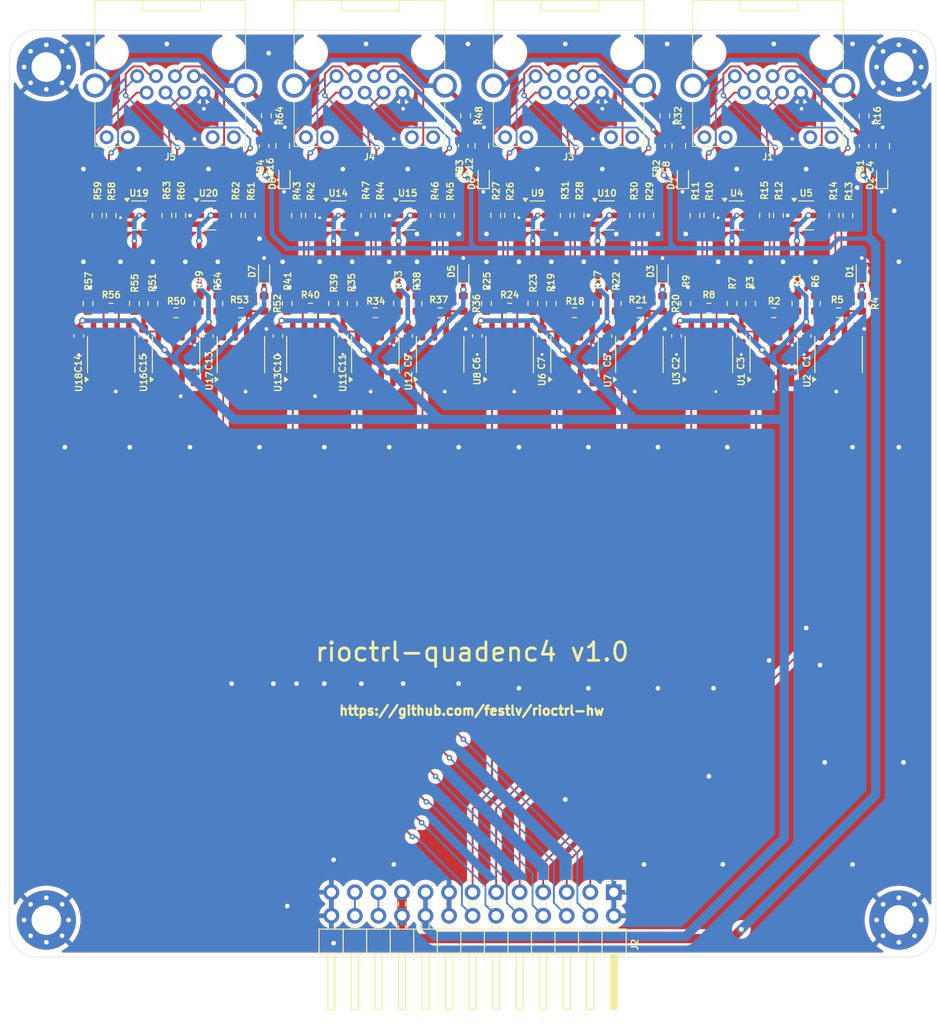
<source format=kicad_pcb>
(kicad_pcb (version 20240108) (generator "pcbnew") (generator_version "8.0")
  (layers (0 "F.Cu" signal) (31 "B.Cu" signal) (34 "B.Paste" user) (35 "F.Paste" user) (36 "B.SilkS" user "B.Silkscreen") (37 "F.SilkS" user "F.Silkscreen") (38 "B.Mask" user) (39 "F.Mask" user) (44 "Edge.Cuts" user))
  (net 0 "")
  (net 1 "+3V3")
  (net 2 "GND")
  (net 3 "+5V")
  (net 4 "Net-(FB1-Pad2)")
  (net 5 "Net-(FB3-Pad2)")
  (net 6 "Net-(FB4-Pad2)")
  (net 7 "/Quadenc2/B")
  (net 8 "/Quadenc3/A")
  (net 9 "/Quadenc/B")
  (net 10 "+24V")
  (net 11 "/Slot/SlotEN")
  (net 12 "/Quadenc2/Z")
  (net 13 "/Quadenc1/Z")
  (net 14 "/Quadenc/Z")
  (net 15 "/Quadenc3/B")
  (net 16 "/Quadenc/A")
  (net 17 "/Quadenc1/A")
  (net 18 "/Quadenc1/B")
  (net 19 "/Quadenc3/Z")
  (net 20 "/Quadenc2/A")
  (net 23 "Net-(J3-Pad3)")
  (net 25 "Net-(J3-Pad2)")
  (net 26 "Net-(J3-Pad4)")
  (net 27 "Net-(J3-PadSH)")
  (net 28 "Net-(J3-Pad5)")
  (net 30 "Net-(J3-Pad1)")
  (net 31 "Net-(J3-Pad6)")
  (net 32 "Net-(J4-Pad2)")
  (net 33 "Net-(J4-Pad1)")
  (net 36 "Net-(J4-Pad5)")
  (net 37 "Net-(J4-Pad4)")
  (net 40 "Net-(J4-PadSH)")
  (net 41 "Net-(J4-Pad6)")
  (net 42 "Net-(J4-Pad3)")
  (net 43 "Net-(J5-Pad6)")
  (net 45 "Net-(J5-Pad1)")
  (net 46 "Net-(J5-Pad2)")
  (net 47 "Net-(J5-PadSH)")
  (net 48 "Net-(J5-Pad4)")
  (net 49 "Net-(J5-Pad5)")
  (net 52 "Net-(J5-Pad3)")
  (net 54 "/Quadenc/Z_IN_P")
  (net 55 "/Quadenc/Z_IN_N")
  (net 56 "/Quadenc/B_IN_P")
  (net 57 "/Quadenc/B_IN_N")
  (net 58 "/Quadenc/A_IN_P")
  (net 59 "/Quadenc/A_IN_N")
  (net 60 "/Quadenc1/B_IN_P")
  (net 61 "/Quadenc1/B_IN_N")
  (net 62 "/Quadenc1/Z_IN_P")
  (net 63 "/Quadenc1/Z_IN_N")
  (net 64 "/Quadenc1/A_IN_P")
  (net 65 "/Quadenc1/A_IN_N")
  (net 66 "/Quadenc2/B_IN_P")
  (net 67 "/Quadenc2/B_IN_N")
  (net 68 "/Quadenc2/Z_IN_P")
  (net 69 "/Quadenc2/Z_IN_N")
  (net 70 "/Quadenc2/A_IN_P")
  (net 71 "/Quadenc2/A_IN_N")
  (net 72 "/Quadenc3/B_IN_P")
  (net 73 "/Quadenc3/B_IN_N")
  (net 74 "/Quadenc3/Z_IN_P")
  (net 75 "/Quadenc3/Z_IN_N")
  (net 76 "/Quadenc3/A_IN_P")
  (net 77 "/Quadenc3/A_IN_N")
  (net 94 "Net-(FB2-Pad2)")
  (net 96 "Net-(J1-Pad5)")
  (net 97 "Net-(J1-Pad3)")
  (net 98 "Net-(J1-PadSH)")
  (net 99 "Net-(J1-Pad4)")
  (net 100 "Net-(J1-Pad1)")
  (net 101 "Net-(J1-Pad6)")
  (net 102 "Net-(J1-Pad2)")
  (footprint "Capacitor_SMD:C_0603_1608Metric" (layer "F.Cu") (at 164.5 83 -90)
    (property "Reference" "C5")
    (property "Value" "0.1uF")
  )
  (footprint "Capacitor_SMD:C_0603_1608Metric" (layer "F.Cu") (at 121.5 83 -90)
    (property "Reference" "C13")
    (property "Value" "0.1uF")
  )
  (footprint "Resistor_SMD:R_0603_1608Metric" (layer "F.Cu") (at 108.5 79.5 90)
    (property "Reference" "R57")
    (property "Value" "1K")
  )
  (footprint "Resistor_SMD:R_0603_1608Metric" (layer "F.Cu") (at 161 80.5 180)
    (property "Reference" "R18")
    (property "Value" "120R")
  )
  (footprint "Package_TO_SOT_SMD:SOT-23-6" (layer "F.Cu") (at 157 70)
    (property "Reference" "U9")
    (property "Value" "USBLC6-4SC6")
  )
  (footprint "Resistor_SMD:R_0603_1608Metric" (layer "F.Cu") (at 183 70 90)
    (property "Reference" "R12")
    (property "Value" "10R")
  )
  (footprint "Resistor_SMD:R_0603_1608Metric" (layer "F.Cu") (at 192.25 59.25 -90)
    (property "Reference" "R16")
    (property "Value" "0R")
  )
  (footprint "Resistor_SMD:R_0603_1608Metric" (layer "F.Cu") (at 151.5 79.5 90)
    (property "Reference" "R25")
    (property "Value" "1K")
  )
  (footprint "Resistor_SMD:R_0603_1608Metric" (layer "F.Cu") (at 168 80.5 180)
    (property "Reference" "R21")
    (property "Value" "120R")
  )
  (footprint "Resistor_SMD:R_0603_1608Metric" (layer "F.Cu") (at 154 70 90)
    (property "Reference" "R26")
    (property "Value" "10R")
  )
  (footprint "Resistor_SMD:R_0603_1608Metric" (layer "F.Cu") (at 158.5 79.5 90)
    (property "Reference" "R19")
    (property "Value" "1K")
  )
  (footprint "Resistor_SMD:R_0603_1608Metric" (layer "F.Cu") (at 111 80)
    (property "Reference" "R56")
    (property "Value" "120R")
  )
  (footprint "Capacitor_SMD:C_0603_1608Metric" (layer "F.Cu") (at 136 83 -90)
    (property "Reference" "C11")
    (property "Value" "0.1uF")
  )
  (footprint "Capacitor_SMD:C_0603_1608Metric" (layer "F.Cu") (at 107.5 83 -90)
    (property "Reference" "C14")
    (property "Value" "0.1uF")
  )
  (footprint "Capacitor_SMD:C_0603_1608Metric" (layer "F.Cu") (at 114.5 83 -90)
    (property "Reference" "C15")
    (property "Value" "0.1uF")
  )
  (footprint "Resistor_SMD:R_0603_1608Metric" (layer "F.Cu") (at 113.5 79.5 -90)
    (property "Reference" "R55")
    (property "Value" "1K")
  )
  (footprint "Resistor_SMD:R_0603_1608Metric" (layer "F.Cu") (at 126 70 90)
    (property "Reference" "R61")
    (property "Value" "10R")
  )
  (footprint "Package_SO:SOIC-8_3.9x4.9mm_P1.27mm" (layer "F.Cu") (at 189.5 85 90)
    (property "Reference" "U2")
    (property "Value" "CS48505S")
  )
  (footprint "Resistor_SMD:R_0603_1608Metric" (layer "F.Cu") (at 147.5 70 90)
    (property "Reference" "R45")
    (property "Value" "10R")
  )
  (footprint "Resistor_SMD:R_0603_1608Metric" (layer "F.Cu") (at 160 70 90)
    (property "Reference" "R31")
    (property "Value" "10R")
  )
  (footprint "Capacitor_SMD:C_0805_2012Metric" (layer "F.Cu") (at 194.25 62.5 90)
    (property "Reference" "C4")
    (property "Value" "10uF")
  )
  (footprint "Resistor_SMD:R_0603_1608Metric" (layer "F.Cu") (at 144 79.5 90)
    (property "Reference" "R38")
    (property "Value" "1K")
  )
  (footprint "Resistor_SMD:R_0603_1608Metric" (layer "F.Cu") (at 117 70 90)
    (property "Reference" "R63")
    (property "Value" "10R")
  )
  (footprint "Package_SO:SOIC-8_3.9x4.9mm_P1.27mm" (layer "F.Cu") (at 168 85 90)
    (property "Reference" "U7")
    (property "Value" "CS48505S")
  )
  (footprint "Diode_SMD:D_SOD-523" (layer "F.Cu") (at 129.7 65.85 90)
    (property "Reference" "D8")
    (property "Value" "PESD5V0S1BBN")
  )
  (footprint "Resistor_SMD:R_0603_1608Metric" (layer "F.Cu") (at 127.5 79.5 -90)
    (property "Reference" "R52")
    (property "Value" "1K")
  )
  (footprint "Connector_PinHeader_2.54mm:PinHeader_2x13_P2.54mm_Horizontal" (layer "F.Cu") (at 165.24 143 -90)
    (property "Reference" "J2")
    (property "Value" "Conn_02x13_Odd_Even")
  )
  (footprint "Package_SO:SOIC-8_3.9x4.9mm_P1.27mm" (layer "F.Cu") (at 125 85 90)
    (property "Reference" "U17")
    (property "Value" "CS48505S")
  )
  (footprint "Resistor_SMD:R_0603_1608Metric" (layer "F.Cu") (at 181.5 70 90)
    (property "Reference" "R15")
    (property "Value" "10R")
  )
  (footprint "MountingHole:MountingHole_3.2mm_M3_Pad_Via" (layer "F.Cu") (at 104 146)
    (property "Reference" "H4" (hide yes))
    (property "Value" "MH_3.2mm")
  )
  (footprint "Resistor_SMD:R_0603_1608Metric" (layer "F.Cu") (at 185 79.5 -90)
    (property "Reference" "R1")
    (property "Value" "1K")
  )
  (footprint "Resistor_SMD:R_0603_1608Metric" (layer "F.Cu") (at 167.5 70 90)
    (property "Reference" "R30")
    (property "Value" "10R")
  )
  (footprint "Diode_SMD:D_SOD-523" (layer "F.Cu") (at 151.2 65.85 90)
    (property "Reference" "D6")
    (property "Value" "PESD5V0S1BBN")
  )
  (footprint "Diode_SMD:D_SOD-523" (layer "F.Cu") (at 149 76.05 90)
    (property "Reference" "D5")
    (property "Value" "BSD5C031V")
  )
  (footprint "hadv-connectors:R-RJ45R08P-C000" (layer "F.Cu") (at 160.37 54.69 180)
    (property "Reference" "J3")
    (property "Value" "RJ45_LED_Shielded")
  )
  (footprint "Resistor_SMD:R_0603_1608Metric" (layer "F.Cu") (at 180 79.5 90)
    (property "Reference" "R3")
    (property "Value" "1K")
  )
  (footprint "Package_TO_SOT_SMD:SOT-23-6" (layer "F.Cu") (at 164.5 70)
    (property "Reference" "U10")
    (property "Value" "USBLC6-4SC6")
  )
  (footprint "Diode_SMD:D_SOD-523" (layer "F.Cu") (at 170.5 76.05 90)
    (property "Reference" "D3")
    (property "Value" "BSD5C031V")
  )
  (footprint "Inductor_SMD:L_0603_1608Metric" (layer "F.Cu") (at 192.25 62.5 90)
    (property "Reference" "FB1")
    (property "Value" "FB_100R_3A")
  )
  (footprint "Resistor_SMD:R_0603_1608Metric" (layer "F.Cu") (at 149.25 59.25 -90)
    (property "Reference" "R48")
    (property "Value" "0R")
  )
  (footprint "Capacitor_SMD:C_0603_1608Metric" (layer "F.Cu") (at 172 83 -90)
    (property "Reference" "C2")
    (property "Value" "0.1uF")
  )
  (footprint "Resistor_SMD:R_0603_1608Metric" (layer "F.Cu") (at 138.5 70 90)
    (property "Reference" "R47")
    (property "Value" "10R")
  )
  (footprint "Resistor_SMD:R_0603_1608Metric" (layer "F.Cu") (at 154 80)
    (property "Reference" "R24")
    (property "Value" "120R")
  )
  (footprint "Resistor_SMD:R_0603_1608Metric" (layer "F.Cu") (at 118.5 70 90)
    (property "Reference" "R60")
    (property "Value" "10R")
  )
  (footprint "Resistor_SMD:R_0603_1608Metric" (layer "F.Cu") (at 109.5 70 90)
    (property "Reference" "R59")
    (property "Value" "10R")
  )
  (footprint "Resistor_SMD:R_0603_1608Metric" (layer "F.Cu") (at 169 70 90)
    (property "Reference" "R29")
    (property "Value" "10R")
  )
  (footprint "Package_SO:SOIC-8_3.9x4.9mm_P1.27mm" (layer "F.Cu") (at 154 85 90)
    (property "Reference" "U8")
    (property "Value" "CS48505S")
  )
  (footprint "hadv-connectors:R-RJ45R08P-C000" (layer "F.Cu") (at 181.87 54.69 180)
    (property "Reference" "J1")
    (property "Value" "RJ45_LED_Shielded")
  )
  (footprint "Diode_SMD:D_SOD-523" (layer "F.Cu") (at 172.7 65.85 90)
    (property "Reference" "D4")
    (property "Value" "PESD5V0S1BBN")
  )
  (footprint "Resistor_SMD:R_0603_1608Metric" (layer "F.Cu") (at 174 70 90)
    (property "Reference" "R11")
    (property "Value" "10R")
  )
  (footprint "Package_SO:SOIC-8_3.9x4.9mm_P1.27mm" (layer "F.Cu") (at 111 85 90)
    (property "Reference" "U18")
    (property "Value" "CS48505S")
  )
  (footprint "Resistor_SMD:R_0603_1608Metric" (layer "F.Cu") (at 182.5 80.5 180)
    (property "Reference" "R2")
    (property "Value" "120R")
  )
  (footprint "Resistor_SMD:R_0603_1608Metric" (layer "F.Cu") (at 125 80.5 180)
    (property "Reference" "R53")
    (property "Value" "120R")
  )
  (footprint "Resistor_SMD:R_0603_1608Metric" (layer "F.Cu") (at 175.5 80)
    (property "Reference" "R8")
    (property "Value" "120R")
  )
  (footprint "Resistor_SMD:R_0603_1608Metric" (layer "F.Cu") (at 189 70 90)
    (property "Reference" "R14")
    (property "Value" "10R")
  )
  (footprint "Resistor_SMD:R_0603_1608Metric" (layer "F.Cu") (at 165.5 79.5 90)
    (property "Reference" "R22")
    (property "Value" "1K")
  )
  (footprint "Resistor_SMD:R_0603_1608Metric" (layer "F.Cu") (at 175.5 70 90)
    (property "Reference" "R10")
    (property "Value" "10R")
  )
  (footprint "Package_SO:SOIC-8_3.9x4.9mm_P1.27mm" (layer "F.Cu") (at 132.5 85 90)
    (property "Reference" "U13")
    (property "Value" "CS48505S")
  )
  (footprint "Resistor_SMD:R_0603_1608Metric" (layer "F.Cu") (at 178 79.5 -90)
    (property "Reference" "R7")
    (property "Value" "1K")
  )
  (footprint "Resistor_SMD:R_0603_1608Metric" (layer "F.Cu") (at 120.5 79.5 -90)
    (property "Reference" "R49")
    (property "Value" "1K")
  )
  (footprint "Resistor_SMD:R_0603_1608Metric" (layer "F.Cu") (at 142 79.5 -90)
    (property "Reference" "R33")
    (property "Value" "1K")
  )
  (footprint "Capacitor_SMD:C_0805_2012Metric" (layer "F.Cu") (at 129.5 62.5 90)
    (property "Reference" "C16")
    (property "Value" "10uF")
  )
  (footprint "Resistor_SMD:R_0603_1608Metric" (layer "F.Cu") (at 111 70 90)
    (property "Reference" "R58")
    (property "Value" "10R")
  )
  (footprint "Resistor_SMD:R_0603_1608Metric" (layer "F.Cu") (at 189.5 80.5 180)
    (property "Reference" "R5")
    (property "Value" "120R")
  )
  (footprint "Package_TO_SOT_SMD:SOT-23-6" (layer "F.Cu") (at 135.5 70)
    (property "Reference" "U14")
    (property "Value" "USBLC6-4SC6")
  )
  (footprint "Capacitor_SMD:C_0603_1608Metric" (layer "F.Cu") (at 157.5 83 -90)
    (property "Reference" "C7")
    (property "Value" "0.1uF")
  )
  (footprint "Package_SO:SOIC-8_3.9x4.9mm_P1.27mm" (layer "F.Cu") (at 146.5 85 90)
    (property "Reference" "U12")
    (property "Value" "CS48505S")
  )
  (footprint "Resistor_SMD:R_0603_1608Metric" (layer "F.Cu") (at 163.5 79.5 -90)
    (property "Reference" "R17")
    (property "Value" "1K")
  )
  (footprint "hadv-connectors:R-RJ45R08P-C000" (layer "F.Cu") (at 138.87 54.69 180)
    (property "Reference" "J4")
    (property "Value" "RJ45_LED_Shielded")
  )
  (footprint "Capacitor_SMD:C_0603_1608Metric" (layer "F.Cu") (at 143 83 -90)
    (property "Reference" "C9")
    (property "Value" "0.1uF")
  )
  (footprint "Inductor_SMD:L_0603_1608Metric" (layer "F.Cu") (at 170.25 62.5 90)
    (property "Reference" "FB2")
    (property "Value" "FB_100R_3A")
  )
  (footprint "Inductor_SMD:L_0603_1608Metric" (layer "F.Cu") (at 149 62.5 90)
    (property "Reference" "FB3")
    (property "Value" "FB_100R_3A")
  )
  (footprint "Diode_SMD:D_SOD-523" (layer "F.Cu") (at 192 76.05 90)
    (property "Reference" "D1")
    (property "Value" "BSD5C031V")
  )
  (footprint "Resistor_SMD:R_0603_1608Metric" (layer "F.Cu") (at 122.5 79.5 90)
    (property "Reference" "R54")
    (property "Value" "1K")
  )
  (footprint "MountingHole:MountingHole_3.2mm_M3_Pad_Via" (layer "F.Cu") (at 104 54)
    (property "Reference" "H1" (hide yes))
    (property "Value" "MH_3.2mm")
  )
  (footprint "Diode_SMD:D_SOD-523" (layer "F.Cu") (at 127.5 76.05 90)
    (property "Reference" "D7")
    (property "Value" "BSD5C031V")
  )
  (footprint "Package_TO_SOT_SMD:SOT-23-6" (layer "F.Cu") (at 178.5 70)
    (property "Reference" "U4")
    (property "Value" "USBLC6-4SC6")
  )
  (footprint "Resistor_SMD:R_0603_1608Metric" (layer "F.Cu") (at 130 79.5 90)
    (property "Reference" "R41")
    (property "Value" "1K")
  )
  (footprint "Resistor_SMD:R_0603_1608Metric" (layer "F.Cu") (at 132.5 80)
    (property "Reference" "R40")
    (property "Value" "120R")
  )
  (footprint "hadv-connectors:R-RJ45R08P-C000" (layer "F.Cu") (at 117.37 54.69 180)
    (property "Reference" "J5")
    (property "Value" "RJ45_LED_Shielded")
  )
  (footprint "Resistor_SMD:R_0603_1608Metric" (layer "F.Cu") (at 140 70 90)
    (property "Reference" "R44")
    (property "Value" "10R")
  )
  (footprint "Resistor_SMD:R_0603_1608Metric" (layer "F.Cu") (at 173 79.5 90)
    (property "Reference" "R9")
    (property "Value" "1K")
  )
  (footprint "Resistor_SMD:R_0603_1608Metric" (layer "F.Cu") (at 118 80.5 180)
    (property "Reference" "R50")
    (property "Value" "120R")
  )
  (footprint "Capacitor_SMD:C_0603_1608Metric" (layer "F.Cu") (at 129 83 -90)
    (property "Reference" "C10")
    (property "Value" "0.1uF")
  )
  (footprint "Resistor_SMD:R_0603_1608Metric" (layer "F.Cu") (at 135 79.5 -90)
    (property "Reference" "R39")
    (property "Value" "1K")
  )
  (footprint "Package_TO_SOT_SMD:SOT-23-6" (layer "F.Cu") (at 186 70)
    (property "Reference" "U5")
    (property "Value" "USBLC6-4SC6")
  )
  (footprint "Resistor_SMD:R_0603_1608Metric" (layer "F.Cu") (at 137 79.5 90)
    (property "Reference" "R35")
    (property "Value" "1K")
  )
  (footprint "Resistor_SMD:R_0603_1608Metric" (layer "F.Cu") (at 132.5 70 90)
    (property "Reference" "R42")
    (property "Value" "10R")
  )
  (footprint "Resistor_SMD:R_0603_1608Metric" (layer "F.Cu") (at 187 79.5 90)
    (property "Reference" "R6")
    (property "Value" "1K")
  )
  (footprint "Package_SO:SOIC-8_3.9x4.9mm_P1.27mm" (layer "F.Cu") (at 118 85 90)
    (property "Reference" "U16")
    (property "Value" "CS48505S")
  )
  (footprint "Resistor_SMD:R_0603_1608Metric" (layer "F.Cu") (at 161.5 70 90)
    (property "Reference" "R28")
    (property "Value" "10R")
  )
  (footprint "Capacitor_SMD:C_0805_2012Metric" (layer "F.Cu") (at 151 62.5 90)
    (property "Reference" "C12")
    (property "Value" "10uF")
  )
  (footprint "Resistor_SMD:R_0603_1608Metric" (layer "F.Cu") (at 190.5 70 90)
    (property "Reference" "R13")
    (property "Value" "10R")
  )
  (footprint "Resistor_SMD:R_0603_1608Metric" (layer "F.Cu") (at 124.5 70 90)
    (property "Reference" "R62")
    (property "Value" "10R")
  )
  (footprint "Resistor_SMD:R_0603_1608Metric" (layer "F.Cu") (at 127.75 59.25 -90)
    (property "Reference" "R64")
    (property "Value" "0R")
  )
  (footprint "Package_SO:SOIC-8_3.9x4.9mm_P1.27mm" (layer "F.Cu") (at 139.5 85 90)
    (property "Reference" "U11")
    (property "Value" "CS48505S")
  )
  (footprint "Capacitor_SMD:C_0603_1608Metric" (layer "F.Cu") (at 179 83 -90)
    (property "Reference" "C3")
    (property "Value" "0.1uF")
  )
  (footprint "Resistor_SMD:R_0603_1608Metric" (layer "F.Cu") (at 146 70 90)
    (property "Reference" "R46")
    (property "Value" "10R")
  )
  (footprint "Package_TO_SOT_SMD:SOT-23-6" (layer "F.Cu") (at 143 70)
    (property "Reference" "U15")
    (property "Value" "USBLC6-4SC6")
  )
  (footprint "Resistor_SMD:R_0603_1608Metric" (layer "F.Cu") (at 192 79.5 -90)
    (property "Reference" "R4")
    (property "Value" "1K")
  )
  (footprint "Resistor_SMD:R_0603_1608Metric" (layer "F.Cu") (at 170.75 59.25 -90)
    (property "Reference" "R32")
    (property "Value" "0R")
  )
  (footprint "Inductor_SMD:L_0603_1608Metric" (layer "F.Cu") (at 127.5 62.5 90)
    (property "Reference" "FB4")
    (property "Value" "FB_100R_3A")
  )
  (footprint "Resistor_SMD:R_0603_1608Metric" (layer "F.Cu") (at 156.5 79.5 -90)
    (property "Reference" "R23")
    (property "Value" "1K")
  )
  (footprint "Diode_SMD:D_SOD-523" (layer "F.Cu") (at 194.2 65.85 90)
    (property "Reference" "D2")
    (property "Value" "PESD5V0S1BBN")
  )
  (footprint "MountingHole:MountingHole_3.2mm_M3_Pad_Via" (layer "F.Cu") (at 196 146)
    (property "Reference" "H3" (hide yes))
    (property "Value" "MH_3.2mm")
  )
  (footprint "Resistor_SMD:R_0603_1608Metric" (layer "F.Cu") (at 139.5 80.5 180)
    (property "Reference" "R34")
    (property "Value" "120R")
  )
  (footprint "MountingHole:MountingHole_3.2mm_M3_Pad_Via" (layer "F.Cu") (at 196 54)
    (property "Reference" "H2" (hide yes))
    (property "Value" "MH_3.2mm")
  )
  (footprint "Capacitor_SMD:C_0805_2012Metric" (layer "F.Cu") (at 172.25 62.5 90)
    (property "Reference" "C8")
    (property "Value" "10uF")
  )
  (footprint "Resistor_SMD:R_0603_1608Metric" (layer "F.Cu") (at 152.5 70 90)
    (property "Reference" "R27")
    (property "Value" "10R")
  )
  (footprint "Capacitor_SMD:C_0603_1608Metric" (layer "F.Cu") (at 150.5 83 -90)
    (property "Reference" "C6")
    (property "Value" "0.1uF")
  )
  (footprint "Resistor_SMD:R_0603_1608Metric" (layer "F.Cu") (at 149 79.5 -90)
    (property "Reference" "R36")
    (property "Value" "1K")
  )
  (footprint "Resistor_SMD:R_0603_1608Metric" (layer "F.Cu") (at 146.5 80.5 180)
    (property "Reference" "R37")
    (property "Value" "120R")
  )
  (footprint "Package_TO_SOT_SMD:SOT-23-6" (layer "F.Cu") (at 114 70)
    (property "Reference" "U19")
    (property "Value" "USBLC6-4SC6")
  )
  (footprint "Capacitor_SMD:C_0603_1608Metric" (layer "F.Cu") (at 186 83 -90)
    (property "Reference" "C1")
    (property "Value" "0.1uF")
  )
  (footprint "Package_SO:SOIC-8_3.9x4.9mm_P1.27mm" (layer "F.Cu") (at 182.5 85 90)
    (property "Reference" "U1")
    (property "Value" "CS48505S")
  )
  (footprint "Resistor_SMD:R_0603_1608Metric" (layer "F.Cu") (at 115.5 79.5 90)
    (property "Reference" "R51")
    (property "Value" "1K")
  )
  (footprint "Resistor_SMD:R_0603_1608Metric" (layer "F.Cu") (at 131 70 90)
    (property "Reference" "R43")
    (property "Value" "10R")
  )
  (footprint "Package_TO_SOT_SMD:SOT-23-6" (layer "F.Cu") (at 121.5 70)
    (property "Reference" "U20")
    (property "Value" "USBLC6-4SC6")
  )
  (footprint "Package_SO:SOIC-8_3.9x4.9mm_P1.27mm" (layer "F.Cu") (at 161 85 90)
    (property "Reference" "U6")
    (property "Value" "CS48505S")
  )
  (footprint "Resistor_SMD:R_0603_1608Metric" (layer "F.Cu") (at 170.5 79.5 -90)
    (property "Reference" "R20")
    (property "Value" "1K")
  )
  (footprint "Package_SO:SOIC-8_3.9x4.9mm_P1.27mm" (layer "F.Cu") (at 175.5 85 90)
    (property "Reference" "U3")
    (property "Value" "CS48505S")
  )
  (gr_arc (start 100 53) (mid 100.87868 50.87868) (end 103 50) (stroke (width 0.05)) (layer "Edge.Cuts"))
  (gr_arc (start 103 150) (mid 100.87868 149.12132) (end 100 147) (stroke (width 0.05)) (layer "Edge.Cuts"))
  (gr_line (start 103 50) (end 197 50) (stroke (width 0.05)) (layer "Edge.Cuts"))
  (gr_line (start 100 147) (end 100 53) (stroke (width 0.05)) (layer "Edge.Cuts"))
  (gr_arc (start 197 50) (mid 199.12132 50.87868) (end 200 53) (stroke (width 0.05)) (layer "Edge.Cuts"))
  (gr_arc (start 200 147) (mid 199.12132 149.12132) (end 197 150) (stroke (width 0.05)) (layer "Edge.Cuts"))
  (gr_line (start 197 150) (end 103 150) (stroke (width 0.05)) (layer "Edge.Cuts"))
  (gr_line (start 200 53) (end 200 147) (stroke (width 0.05)) (layer "Edge.Cuts"))
  (gr_text "rioctrl-quadenc4 v1.0" (at 132.860237 118.25 0) (layer "F.SilkS") (effects (font (size 2 2) (thickness 0.3)) (justify left bottom)))
  (gr_text "https://github.com/festlv/rioctrl-hw" (at 135.478094 124 0) (layer "F.SilkS") (effects (font (size 1 1) (thickness 0.25) (bold yes)) (justify left bottom)))
  (segment (start 116.095 83.845) (end 116.095 82.525) (width 0.5) (layer "F.Cu") (net 1))
  (segment (start 143 82.225) (end 143 81.5) (width 0.5) (layer "F.Cu") (net 1))
  (segment (start 135 78.675) (end 135 72.75) (width 0.5) (layer "F.Cu") (net 1))
  (segment (start 187.1375 70) (end 186.25 70) (width 0.5) (layer "F.Cu") (net 1))
  (segment (start 122.795 82.225) (end 123.095 82.525) (width 0.5) (layer "F.Cu") (net 1))
  (segment (start 158.1375 70) (end 157.025 70) (width 0.2) (layer "F.Cu") (net 1))
  (segment (start 129 81.75) (end 129.4 81.35) (width 0.2) (layer "F.Cu") (net 1))
  (segment (start 156.5 78.675) (end 156.5 72.75) (width 0.5) (layer "F.Cu") (net 1))
  (segment (start 115.1375 70) (end 114.025 70) (width 0.2) (layer "F.Cu") (net 1))
  (segment (start 157.5 82.225) (end 157.5 79.675) (width 0.5) (layer "F.Cu") (net 1))
  (segment (start 149 78) (end 149 78.675) (width 0.5) (layer "F.Cu") (net 1))
  (segment (start 186 82.225) (end 186 81.5) (width 0.5) (layer "F.Cu") (net 1))
  (segment (start 151.795 82.225) (end 152.095 82.525) (width 0.2) (layer "F.Cu") (net 1))
  (segment (start 142 77.5) (end 142 72.75) (width 0.5) (layer "F.Cu") (net 1))
  (segment (start 150.5 81.75) (end 150.9 81.35) (width 0.2) (layer "F.Cu") (net 1))
  (segment (start 113.5 78.675) (end 113.5 72.75) (width 0.5) (layer "F.Cu") (net 1))
  (segment (start 127.5 78) (end 127.5 78.675) (width 0.5) (layer "F.Cu") (net 1))
  (segment (start 173.295 82.225) (end 173.595 82.525) (width 0.2) (layer "F.Cu") (net 1))
  (segment (start 143 82.225) (end 144.295 82.225) (width 0.5) (layer "F.Cu") (net 1))
  (segment (start 163.5 78.675) (end 163.5 77.5) (width 0.5) (layer "F.Cu") (net 1))
  (segment (start 136.3 82.525) (end 136 82.225) (width 0.2) (layer "F.Cu") (net 1))
  (segment (start 122.6375 70) (end 121.75 70) (width 0.5) (layer "F.Cu") (net 1))
  (segment (start 159.095 83.845) (end 159.095 82.525) (width 0.5) (layer "F.Cu") (net 1))
  (segment (start 186 82.225) (end 187.295 82.225) (width 0.5) (layer "F.Cu") (net 1))
  (segment (start 179 79.675) (end 178 78.675) (width 0.5) (layer "F.Cu") (net 1))
  (segment (start 185 77.5) (end 185 72.75) (width 0.5) (layer "F.Cu") (net 1))
  (segment (start 170.5 78) (end 170.5 78.675) (width 0.5) (layer "F.Cu") (net 1))
  (segment (start 192 76.75) (end 192 78) (width 0.5) (layer "F.Cu") (net 1))
  (segment (start 136 82.225) (end 136 79.675) (width 0.5) (layer "F.Cu") (net 1))
  (segment (start 170.5 76.75) (end 170.5 78) (width 0.5) (layer "F.Cu") (net 1))
  (segment (start 157.8 82.525) (end 157.5 82.225) (width 0.2) (layer "F.Cu") (net 1))
  (segment (start 136 79.675) (end 135 78.675) (width 0.5) (layer "F.Cu") (net 1))
  (segment (start 164.5 82.225) (end 165.795 82.225) (width 0.5) (layer "F.Cu") (net 1))
  (segment (start 120.5 78.675) (end 120.5 77.5) (width 0.5) (layer "F.Cu") (net 1))
  (segment (start 181.25 84.5) (end 180.595 83.845) (width 0.5) (layer "F.Cu") (net 1))
  (segment (start 107.5 81.75) (end 107.9 81.35) (width 0.2) (layer "F.Cu") (net 1))
  (segment (start 159.75 84.5) (end 159.095 83.845) (width 0.5) (layer "F.Cu") (net 1))
  (segment (start 185 78.675) (end 185 77.5) (width 0.5) (layer "F.Cu") (net 1))
  (segment (start 163.5 77.5) (end 163.5 72.75) (width 0.5) (layer "F.Cu") (net 1))
  (segment (start 187.295 82.225) (end 187.595 82.525) (width 0.5) (layer "F.Cu") (net 1))
  (segment (start 142 78.675) (end 142 77.5) (width 0.5) (layer "F.Cu") (net 1))
  (segment (start 116.095 82.525) (end 114.8 82.525) (width 0.2) (layer "F.Cu") (net 1))
  (segment (start 114.5 79.675) (end 113.5 78.675) (width 0.5) (layer "F.Cu") (net 1))
  (segment (start 172 82.225) (end 173.295 82.225) (width 0.2) (layer "F.Cu") (net 1))
  (segment (start 150.5 82.225) (end 150.5 81.75) (width 0.2) (layer "F.Cu") (net 1))
  (segment (start 144.295 82.225) (end 144.595 82.525) (width 0.5) (layer "F.Cu") (net 1))
  (segment (start 116.75 84.5) (end 116.095 83.845) (width 0.5) (layer "F.Cu") (net 1))
  (segment (start 179.6375 70) (end 178.525 70) (width 0.2) (layer "F.Cu") (net 1))
  (segment (start 180.595 83.845) (end 180.595 82.525) (width 0.5) (layer "F.Cu") (net 1))
  (segment (start 136.6375 70) (end 135.525 70) (width 0.2) (layer "F.Cu") (net 1))
  (segment (start 121.5 82.225) (end 121.5 81.5) (width 0.5) (layer "F.Cu") (net 1))
  (segment (start 129 82.225) (end 130.295 82.225) (width 0.2) (layer "F.Cu") (net 1))
  (segment (start 164.5 82.225) (end 164.5 81.5) (width 0.5) (layer "F.Cu") (net 1))
  (segment (start 165.6375 70) (end 164.75 70) (width 0.5) (layer "F.Cu") (net 1))
  (segment (start 129 82.225) (end 129 81.75) (width 0.2) (layer "F.Cu") (net 1))
  (segment (start 137.595 82.525) (end 136.3 82.525) (width 0.2) (layer "F.Cu") (net 1))
  (segment (start 149 76.75) (end 149 78) (width 0.5) (layer "F.Cu") (net 1))
  (segment (start 172 81.75) (end 172.4 81.35) (width 0.2) (layer "F.Cu") (net 1))
  (segment (start 179.3 82.525) (end 179 82.225) (width 0.2) (layer "F.Cu") (net 1))
  (segment (start 178 78.675) (end 178 72.75) (width 0.5) (layer "F.Cu") (net 1))
  (segment (start 138.25 84.5) (end 137.595 83.845) (width 0.5) (layer "F.Cu") (net 1))
  (segment (start 172 82.225) (end 172 81.75) (width 0.2) (layer "F.Cu") (net 1))
  (segment (start 107.5 82.225) (end 108.795 82.225) (width 0.2) (layer "F.Cu") (net 1))
  (segment (start 114.5 82.225) (end 114.5 79.675) (width 0.5) (layer "F.Cu") (net 1))
  (segment (start 150.5 82.225) (end 151.795 82.225) (width 0.2) (layer "F.Cu") (net 1))
  (segment (start 127.5 76.75) (end 127.5 78) (width 0.5) (layer "F.Cu") (net 1))
  (segment (start 165.795 82.225) (end 166.095 82.525) (width 0.5) (layer "F.Cu") (net 1))
  (segment (start 192 78) (end 192 78.675) (width 0.5) (layer "F.Cu") (net 1))
  (segment (start 114.8 82.525) (end 114.5 82.225) (width 0.2) (layer "F.Cu") (net 1))
  (segment (start 179 82.225) (end 179 79.675) (width 0.5) (layer "F.Cu") (net 1))
  (segment (start 121.5 82.225) (end 122.795 82.225) (width 0.5) (layer "F.Cu") (net 1))
  (segment (start 120.5 77.5) (end 120.5 72.75) (width 0.5) (layer "F.Cu") (net 1))
  (segment (start 144.1375 70) (end 143.25 70) (width 0.5) (layer "F.Cu") (net 1))
  (segment (start 108.795 82.225) (end 109.095 82.525) (width 0.2) (layer "F.Cu") (net 1))
  (segment (start 137.595 83.845) (end 137.595 82.525) (width 0.5) (layer "F.Cu") (net 1))
  (segment (start 180.595 82.525) (end 179.3 82.525) (width 0.2) (layer "F.Cu") (net 1))
  (segment (start 159.095 82.525) (end 157.8 82.525) (width 0.2) (layer "F.Cu") (net 1))
  (segment (start 157.5 79.675) (end 156.5 78.675) (width 0.5) (layer "F.Cu") (net 1))
  (segment (start 130.295 82.225) (end 130.595 82.525) (width 0.2) (layer "F.Cu") (net 1))
  (segment (start 107.5 82.225) (end 107.5 81.75) (width 0.2) (layer "F.Cu") (net 1))
  (via (at 192 78) (size 0.7) (drill 0.4) (layers "F.Cu" "B.Cu") (net 1))
  (via (at 143.25 70) (size 0.7) (drill 0.4) (layers "F.Cu" "B.Cu") (net 1))
  (via (at 181.25 84.5) (size 0.7) (drill 0.4) (layers "F.Cu" "B.Cu") (net 1))
  (via (at 121.75 70) (size 0.7) (drill 0.4) (layers "F.Cu" "B.Cu") (net 1))
  (via (at 185 72.75) (size 0.7) (drill 0.4) (layers "F.Cu" "B.Cu") (net 1))
  (via (at 127.5 78) (size 0.7) (drill 0.4) (layers "F.Cu" "B.Cu") (net 1))
  (via (at 114.025 70) (size 0.6) (drill 0.3) (layers "F.Cu" "B.Cu") (net 1))
  (via (at 157.025 70) (size 0.6) (drill 0.3) (layers "F.Cu" "B.Cu") (net 1))
  (via (at 113.5 72.75) (size 0.6) (drill 0.3) (layers "F.Cu" "B.Cu") (net 1))
  (via (at 149 78) (size 0.7) (drill 0.4) (layers "F.Cu" "B.Cu") (net 1))
  (via (at 138.25 84.5) (size 0.7) (drill 0.4) (layers "F.Cu" "B.Cu") (net 1))
  (via (at 170.5 78) (size 0.7) (drill 0.4) (layers "F.Cu" "B.Cu") (net 1))
  (via (at 121.5 81.5) (size 0.7) (drill 0.4) (layers "F.Cu" "B.Cu") (net 1))
  (via (at 150.9 81.35) (size 0.7) (drill 0.4) (layers "F.Cu" "B.Cu") (net 1))
  (via (at 186.25 70) (size 0.7) (drill 0.4) (layers "F.Cu" "B.Cu") (net 1))
  (via (at 107.9 81.35) (size 0.7) (drill 0.4) (layers "F.Cu" "B.Cu") (net 1))
  (via (at 164.75 70) (size 0.7) (drill 0.4) (layers "F.Cu" "B.Cu") (net 1))
  (via (at 120.5 77.5) (size 0.7) (drill 0.4) (layers "F.Cu" "B.Cu") (net 1))
  (via (at 172.4 81.35) (size 0.7) (drill 0.4) (layers "F.Cu" "B.Cu") (net 1))
  (via (at 135.525 70) (size 0.6) (drill 0.3) (layers "F.Cu" "B.Cu") (net 1))
  (via (at 159.75 84.5) (size 0.7) (drill 0.4) (layers "F.Cu" "B.Cu") (net 1))
  (via (at 164.5 81.5) (size 0.7) (drill 0.4) (layers "F.Cu" "B.Cu") (net 1))
  (via (at 178 72.75) (size 0.6) (drill 0.3) (layers "F.Cu" "B.Cu") (net 1))
  (via (at 178.525 70) (size 0.6) (drill 0.3) (layers "F.Cu" "B.Cu") (net 1))
  (via (at 143 81.5) (size 0.7) (drill 0.4) (layers "F.Cu" "B.Cu") (net 1))
  (via (at 185 77.5) (size 0.7) (drill 0.4) (layers "F.Cu" "B.Cu") (net 1))
  (via (at 142 72.75) (size 0.7) (drill 0.4) (layers "F.Cu" "B.Cu") (net 1))
  (via (at 142 77.5) (size 0.7) (drill 0.4) (layers "F.Cu" "B.Cu") (net 1))
  (via (at 163.5 77.5) (size 0.7) (drill 0.4) (layers "F.Cu" "B.Cu") (net 1))
  (via (at 116.75 84.5) (size 0.7) (drill 0.4) (layers "F.Cu" "B.Cu") (net 1))
  (via (at 186 81.5) (size 0.7) (drill 0.4) (layers "F.Cu" "B.Cu") (net 1))
  (via (at 129.4 81.35) (size 0.7) (drill 0.4) (layers "F.Cu" "B.Cu") (net 1))
  (via (at 135 72.75) (size 0.6) (drill 0.3) (layers "F.Cu" "B.Cu") (net 1))
  (via (at 120.5 72.75) (size 0.7) (drill 0.4) (layers "F.Cu" "B.Cu") (net 1))
  (via (at 163.5 72.75) (size 0.7) (drill 0.4) (layers "F.Cu" "B.Cu") (net 1))
  (via (at 156.5 72.75) (size 0.6) (drill 0.3) (layers "F.Cu" "B.Cu") (net 1))
  (segment (start 135 72.75) (end 135 70.525) (width 0.5) (layer "B.Cu") (net 1))
  (segment (start 186 81.5) (end 186 78.75) (width 0.5) (layer "B.Cu") (net 1))
  (segment (start 192 79.810661) (end 192 78) (width 0.5) (layer "B.Cu") (net 1))
  (segment (start 144.92 145.54) (end 144.92 143) (width 0.5) (layer "B.Cu") (net 1))
  (segment (start 144.92 145.54) (end 144.92 146.72) (width 0.5) (layer "B.Cu") (net 1))
  (segment (start 164.5 81.5) (end 164.5 78.75) (width 0.5) (layer "B.Cu") (net 1))
  (segment (start 113.5 81.25) (end 113.4 81.35) (width 0.5) (layer "B.Cu") (net 1))
  (segment (start 113.4 81.35) (end 107.9 81.35) (width 0.5) (layer "B.Cu") (net 1))
  (segment (start 118 85.75) (end 118 84.939339) (width 0.5) (layer "B.Cu") (net 1))
  (segment (start 162.25 87) (end 161 85.75) (width 0.5) (layer "B.Cu") (net 1))
  (segment (start 161 85.75) (end 159.75 84.5) (width 0.5) (layer "B.Cu") (net 1))
  (segment (start 138.25 84.5) (end 135 81.25) (width 0.5) (layer "B.Cu") (net 1))
  (segment (start 156.4 81.35) (end 150.9 81.35) (width 0.5) (layer "B.Cu") (net 1))
  (segment (start 124.25 92) (end 119.25 87) (width 1) (layer "B.Cu") (net 1))
  (segment (start 141.810661 87) (end 149 79.810661) (width 0.5) (layer "B.Cu") (net 1))
  (segment (start 143 81.5) (end 143 78.75) (width 0.5) (layer "B.Cu") (net 1))
  (segment (start 162.25 87) (end 162.5 87) (width 0.5) (layer "B.Cu") (net 1))
  (segment (start 185 77.75) (end 185 77.5) (width 0.5) (layer "B.Cu") (net 1))
  (segment (start 163.5 77.75) (end 163.5 77.5) (width 0.5) (layer "B.Cu") (net 1))
  (segment (start 161 84.939339) (end 164.439339 81.5) (width 0.5) (layer "B.Cu") (net 1))
  (segment (start 163.310661 87) (end 170.5 79.810661) (width 0.5) (layer "B.Cu") (net 1))
  (segment (start 140.75 87) (end 141.4 87) (width 0.5) (layer "B.Cu") (net 1))
  (segment (start 147 92) (end 146.4 92) (width 1) (layer "B.Cu") (net 1))
  (segment (start 120.5 72.75) (end 120.5 71.25) (width 0.5) (layer "B.Cu") (net 1))
  (segment (start 147 92) (end 124.25 92) (width 1) (layer "B.Cu") (net 1))
  (segment (start 163.5 72.75) (end 163.5 71.25) (width 0.5) (layer "B.Cu") (net 1))
  (segment (start 183.75 87) (end 183.625 86.875) (width 0.5) (layer "B.Cu") (net 1))
  (segment (start 139.5 85.75) (end 139.5 84.939339) (width 0.5) (layer "B.Cu") (net 1))
  (segment (start 162.5 87) (end 162.9 87) (width 0.5) (layer "B.Cu") (net 1))
  (segment (start 139.5 85.75) (end 138.25 84.5) (width 0.5) (layer "B.Cu") (net 1))
  (segment (start 164.5 78.75) (end 163.5 77.75) (width 0.5) (layer "B.Cu") (net 1))
  (segment (start 156.5 81.25) (end 156.4 81.35) (width 0.5) (layer "B.Cu") (net 1))
  (segment (start 164.439339 81.5) (end 164.5 81.5) (width 0.5) (layer "B.Cu") (net 1))
  (segment (start 184.810661 87) (end 192 79.810661) (width 0.5) (layer "B.Cu") (net 1))
  (segment (start 143 78.75) (end 142 77.75) (width 0.5) (layer "B.Cu") (net 1))
  (segment (start 146.4 92) (end 141.4 87) (width 1) (layer "B.Cu") (net 1))
  (segment (start 163.5 71.25) (end 164.75 70) (width 0.5) (layer "B.Cu") (net 1))
  (segment (start 156.5 72.75) (end 156.5 70.525) (width 0.5) (layer "B.Cu") (net 1))
  (segment (start 135 81.25) (end 134.9 81.35) (width 0.5) (layer "B.Cu") (net 1))
  (segment (start 159.75 84.5) (end 156.5 81.25) (width 0.5) (layer "B.Cu") (net 1))
  (segment (start 113.5 70.525) (end 114.025 70) (width 0.5) (layer "B.Cu") (net 1))
  (segment (start 178 81.25) (end 177.9 81.35) (width 0.5) (layer "B.Cu") (net 1))
  (segment (start 118 84.939339) (end 121.439339 81.5) (width 0.5) (layer "B.Cu") (net 1))
  (segment (start 120.5 71.25) (end 121.75 70) (width 0.5) (layer "B.Cu") (net 1))
  (segment (start 185 72.75) (end 185 71.25) (width 0.5) (layer "B.Cu") (net 1))
  (segment (start 120.310661 87) (end 127.5 79.810661) (width 0.5) (layer "B.Cu") (net 1))
  (segment (start 142.939339 81.5) (end 143 81.5) (width 0.5) (layer "B.Cu") (net 1))
  (segment (start 183.625 92) (end 167.5 92) (width 1) (layer "B.Cu") (net 1))
  (segment (start 134.9 81.35) (end 129.4 81.35) (width 0.5) (layer "B.Cu") (net 1))
  (segment (start 183.625 92) (end 183.625 86.875) (width 1) (layer "B.Cu") (net 1))
  (segment (start 121.439339 81.5) (end 121.5 81.5) (width 0.5) (layer "B.Cu") (net 1))
  (segment (start 185.939339 81.5) (end 186 81.5) (width 0.5) (layer "B.Cu") (net 1))
  (segment (start 149 79.810661) (end 149 78) (width 0.5) (layer "B.Cu") (net 1))
  (segment (start 182.5 84.939339) (end 185.939339 81.5) (width 0.5) (layer "B.Cu") (net 1))
  (segment (start 181.25 84.5) (end 178 81.25) (width 0.5) (layer "B.Cu") (net 1))
  (segment (start 177.9 81.35) (end 172.4 81.35) (width 0.5) (layer "B.Cu") (net 1))
  (segment (start 142 72.75) (end 142 71.25) (width 0.5) (layer "B.Cu") (net 1))
  (segment (start 142 77.75) (end 142 77.5) (width 0.5) (layer "B.Cu") (net 1))
  (segment (start 116.75 84.5) (end 113.5 81.25) (width 0.5) (layer "B.Cu") (net 1))
  (segment (start 183.625 137.125) (end 183.625 92) (width 1) (layer "B.Cu") (net 1))
  (segment (start 142 71.25) (end 143.25 70) (width 0.5) (layer "B.Cu") (net 1))
  (segment (start 141.4 87) (end 141.810661 87) (width 0.5) (layer "B.Cu") (net 1))
  (segment (start 127.5 79.810661) (end 127.5 78) (width 0.5) (layer "B.Cu") (net 1))
  (segment (start 118 85.75) (end 116.75 84.5) (width 0.5) (layer "B.Cu") (net 1))
  (segment (start 162.9 87) (end 163.310661 87) (width 0.5) (layer "B.Cu") (net 1))
  (segment (start 185 71.25) (end 186.25 70) (width 0.5) (layer "B.Cu") (net 1))
  (segment (start 144.92 146.72) (end 145.95 147.75) (width 1) (layer "B.Cu") (net 1))
  (segment (start 121.5 78.75) (end 120.5 77.75) (width 0.5) (layer "B.Cu") (net 1))
  (segment (start 182.5 85.75) (end 182.5 84.939339) (width 0.5) (layer "B.Cu") (net 1))
  (segment (start 139.5 84.939339) (end 142.939339 81.5) (width 0.5) (layer "B.Cu") (net 1))
  (segment (start 178 70.525) (end 178.525 70) (width 0.5) (layer "B.Cu") (net 1))
  (segment (start 121.5 81.5) (end 121.5 78.75) (width 0.5) (layer "B.Cu") (net 1))
  (segment (start 167.5 92) (end 162.5 87) (width 1) (layer "B.Cu") (net 1))
  (segment (start 113.5 72.75) (end 113.5 70.525) (width 0.5) (layer "B.Cu") (net 1))
  (segment (start 161 85.75) (end 161 84.939339) (width 0.5) (layer "B.Cu") (net 1))
  (segment (start 119.9 87) (end 120.310661 87) (width 0.5) (layer "B.Cu") (net 1))
  (segment (start 183.625 86.875) (end 182.5 85.75) (width 0.5) (layer "B.Cu") (net 1))
  (segment (start 140.75 87) (end 139.5 85.75) (width 0.5) (layer "B.Cu") (net 1))
  (segment (start 182.5 85.75) (end 181.25 84.5) (width 0.5) (layer "B.Cu") (net 1))
  (segment (start 156.5 70.525) (end 157.025 70) (width 0.5) (layer "B.Cu") (net 1))
  (segment (start 145.95 147.75) (end 173 147.75) (width 1) (layer "B.Cu") (net 1))
  (segment (start 186 78.75) (end 185 77.75) (width 0.5) (layer "B.Cu") (net 1))
  (segment (start 173 147.75) (end 183.625 137.125) (width 1) (layer "B.Cu") (net 1))
  (segment (start 184.4 87) (end 184.810661 87) (width 0.5) (layer "B.Cu") (net 1))
  (segment (start 178 72.75) (end 178 70.525) (width 0.5) (layer "B.Cu") (net 1))
  (segment (start 119.25 87) (end 118 85.75) (width 0.5) (layer "B.Cu") (net 1))
  (segment (start 135 70.525) (end 135.525 70) (width 0.5) (layer "B.Cu") (net 1))
  (segment (start 183.75 87) (end 184.4 87) (width 0.5) (layer "B.Cu") (net 1))
  (segment (start 167.5 92) (end 147 92) (width 1) (layer "B.Cu") (net 1))
  (segment (start 119.25 87) (end 119.9 87) (width 0.5) (layer "B.Cu") (net 1))
  (segment (start 170.5 79.810661) (end 170.5 78) (width 0.5) (layer "B.Cu") (net 1))
  (segment (start 120.5 77.75) (end 120.5 77.5) (width 0.5) (layer "B.Cu") (net 1))
  (segment (start 185.44 56.76) (end 185.44 59.56) (width 0.5) (layer "F.Cu") (net 2))
  (segment (start 187.05 77.7) (end 187.05 77.55) (width 0.5) (layer "F.Cu") (net 2))
  (segment (start 163.3625 70) (end 162.5 70) (width 0.5) (layer "F.Cu") (net 2))
  (segment (start 176.135 87.475) (end 174.865 87.475) (width 0.2) (layer "F.Cu") (net 2))
  (segment (start 161.635 87.475) (end 161.635 88.865) (width 0.2) (layer "F.Cu") (net 2))
  (segment (start 148.405 82.525) (end 148.975 82.525) (width 0.5) (layer "F.Cu") (net 2))
  (segment (start 111.635 87.475) (end 111.635 88.865) (width 0.2) (layer "F.Cu") (net 2))
  (segment (start 129.7 66.55) (end 129.7 67.4) (width 0.5) (layer "F.Cu") (net 2))
  (segment (start 117.365 87.475) (end 117.365 88.365) (width 0.2) (layer "F.Cu") (net 2))
  (segment (start 173 78.675) (end 173 78) (width 0.2) (layer "F.Cu") (net 2))
  (segment (start 141.405 83.905) (end 141.5 84) (width 0.2) (layer "F.Cu") (net 2))
  (segment (start 172.7 67.4) (end 172.65 67.45) (width 0.5) (layer "F.Cu") (net 2))
  (segment (start 130 78.675) (end 130 78) (width 0.2) (layer "F.Cu") (net 2))
  (segment (start 138.865 87.475) (end 138.865 88.865) (width 0.2) (layer "F.Cu") (net 2))
  (segment (start 137 78.675) (end 137 78) (width 0.2) (layer "F.Cu") (net 2))
  (segment (start 120.94 56.76) (end 120.94 59.56) (width 0.5) (layer "F.Cu") (net 2))
  (segment (start 142.44 56.76) (end 142.44 59.56) (width 0.5) (layer "F.Cu") (net 2))
  (segment (start 147.135 87.475) (end 147.135 88.865) (width 0.5) (layer "F.Cu") (net 2))
  (segment (start 161.635 87.475) (end 160.365 87.475) (width 0.2) (layer "F.Cu") (net 2))
  (segment (start 170.475 82.525) (end 170.75 82.25) (width 0.5) (layer "F.Cu") (net 2))
  (segment (start 142.655 83.775) (end 141.405 82.525) (width 0.2) (layer "F.Cu") (net 2))
  (segment (start 108.5 78.675) (end 108.5 78) (width 0.2) (layer "F.Cu") (net 2))
  (segment (start 149.25 60.075) (end 150.175 60.075) (width 0.5) (layer "F.Cu") (net 2))
  (segment (start 184.8625 70) (end 184 70) (width 0.5) (layer "F.Cu") (net 2))
  (segment (start 190.135 87.475) (end 188.865 87.475) (width 0.5) (layer "F.Cu") (net 2))
  (segment (start 125.635 88.865) (end 125.5 89) (width 0.5) (layer "F.Cu") (net 2))
  (segment (start 180 78) (end 180.25 77.75) (width 0.2) (layer "F.Cu") (net 2))
  (segment (start 118.635 87.475) (end 117.365 87.475) (width 0.2) (layer "F.Cu") (net 2))
  (segment (start 191.975 82.525) (end 192.25 82.25) (width 0.5) (layer "F.Cu") (net 2))
  (segment (start 114.5 83.775) (end 114.5 85) (width 0.2) (layer "F.Cu") (net 2))
  (segment (start 125.635 87.475) (end 125.635 88.865) (width 0.5) (layer "F.Cu") (net 2))
  (segment (start 157.5 83.775) (end 157.5 85) (width 0.2) (layer "F.Cu") (net 2))
  (segment (start 165.55 77.7) (end 165.55 77.55) (width 0.5) (layer "F.Cu") (net 2))
  (segment (start 172.75 61.05) (end 172.75 60.5) (width 0.5) (layer "F.Cu") (net 2))
  (segment (start 120.94 59.56) (end 120 60.5) (width 0.5) (layer "F.Cu") (net 2))
  (segment (start 112.8625 70) (end 112.25 70) (width 0.2) (layer "F.Cu") (net 2))
  (segment (start 193.175 60.075) (end 193.25 60) (width 0.5) (layer "F.Cu") (net 2))
  (segment (start 185.655 83.775) (end 184.405 82.525) (width 0.2) (layer "F.Cu") (net 2))
  (segment (start 125.635 87.475) (end 124.365 87.475) (width 0.5) (layer "F.Cu") (net 2))
  (segment (start 122.5 78.675) (end 122.5 77.75) (width 0.5) (layer "F.Cu") (net 2))
  (segment (start 128.675 60.075) (end 128.75 60) (width 0.5) (layer "F.Cu") (net 2))
  (segment (start 164.5 83.775) (end 164.5 84.75) (width 0.2) (layer "F.Cu") (net 2))
  (segment (start 162.905 83.905) (end 163 84) (width 0.2) (layer "F.Cu") (net 2))
  (segment (start 118.635 87.475) (end 118.635 89.365) (width 0.2) (layer "F.Cu") (net 2))
  (segment (start 114.155 83.775) (end 112.905 82.525) (width 0.2) (layer "F.Cu") (net 2))
  (segment (start 136 83.775) (end 135.655 83.775) (width 0.2) (layer "F.Cu") (net 2))
  (segment (start 136 83.775) (end 136 85) (width 0.2) (layer "F.Cu") (net 2))
  (segment (start 111.635 87.475) (end 110.365 87.475) (width 0.2) (layer "F.Cu") (net 2))
  (segment (start 118.635 89.365) (end 118.5 89.5) (width 0.2) (layer "F.Cu") (net 2))
  (segment (start 120 60.5) (end 120 61.75) (width 0.5) (layer "F.Cu") (net 2))
  (segment (start 129.5 61.55) (end 129.75 61.3) (width 0.5) (layer "F.Cu") (net 2))
  (segment (start 140.135 87.475) (end 138.865 87.475) (width 0.2) (layer "F.Cu") (net 2))
  (segment (start 186 83.775) (end 186 84.75) (width 0.2) (layer "F.Cu") (net 2))
  (segment (start 121.5 83.775) (end 121.5 84.75) (width 0.2) (layer "F.Cu") (net 2))
  (segment (start 141.8625 70) (end 141 70) (width 0.5) (layer "F.Cu") (net 2))
  (segment (start 194.2 67.4) (end 194.15 67.45) (width 0.5) (layer "F.Cu") (net 2))
  (segment (start 111.635 88.865) (end 111.5 89) (width 0.2) (layer "F.Cu") (net 2))
  (segment (start 171.675 60.075) (end 171.75 60) (width 0.5) (layer "F.Cu") (net 2))
  (segment (start 151.25 61.3) (end 151.25 60.5) (width 0.5) (layer "F.Cu") (net 2))
  (segment (start 155.25 70) (end 155 70.25) (width 0.2) (layer "F.Cu") (net 2))
  (segment (start 148.975 82.525) (end 149.25 82.25) (width 0.5) (layer "F.Cu") (net 2))
  (segment (start 163.94 56.76) (end 163.94 59.56) (width 0.5) (layer "F.Cu") (net 2))
  (segment (start 122.55 77.7) (end 122.55 77.55) (width 0.5) (layer "F.Cu") (net 2))
  (segment (start 150.175 60.075) (end 150.25 60) (width 0.5) (layer "F.Cu") (net 2))
  (segment (start 138.865 87.475) (end 138.865 88.365) (width 0.2) (layer "F.Cu") (net 2))
  (segment (start 119.905 82.525) (end 119.905 83.905) (width 0.2) (layer "F.Cu") (net 2))
  (segment (start 151.5 78) (end 151.75 77.75) (width 0.2) (layer "F.Cu") (net 2))
  (segment (start 119.905 83.905) (end 120 84) (width 0.2) (layer "F.Cu") (net 2))
  (segment (start 185.44 59.56) (end 184.5 60.5) (width 0.5) (layer "F.Cu") (net 2))
  (segment (start 167.365 87.475) (end 167.365 88.865) (width 0.5) (layer "F.Cu") (net 2))
  (segment (start 151.5 78.675) (end 151.5 78) (width 0.2) (layer "F.Cu") (net 2))
  (segment (start 133.75 70) (end 133.5 70.25) (width 0.2) (layer "F.Cu") (net 2))
  (segment (start 183.135 87.475) (end 181.865 87.475) (width 0.2) (layer "F.Cu") (net 2))
  (segment (start 121.155 83.775) (end 119.905 82.525) (width 0.2) (layer "F.Cu") (net 2))
  (segment (start 172 83.775) (end 172 85) (width 0.2) (layer "F.Cu") (net 2))
  (segment (start 137 78) (end 137.25 77.75) (width 0.2) (layer "F.Cu") (net 2))
  (segment (start 184.405 82.525) (end 184.405 83.905) (width 0.2) (layer "F.Cu") (net 2))
  (segment (start 173 78) (end 173.25 77.75) (width 0.2) (layer "F.Cu") (net 2))
  (segment (start 120.3625 70) (end 119.5 70) (width 0.5) (layer "F.Cu") (net 2))
  (segment (start 129.75 61.3) (end 129.75 60.5) (width 0.5) (layer "F.Cu") (net 2))
  (segment (start 127.5 75.35) (end 127.5 74.6) (width 0.5) (layer "F.Cu") (net 2))
  (segment (start 160.365 87.475) (end 160.365 88.365) (width 0.2) (layer "F.Cu") (net 2))
  (segment (start 180 78.675) (end 180 78) (width 0.2) (layer "F.Cu") (net 2))
  (segment (start 121.5 83.775) (end 121.155 83.775) (width 0.2) (layer "F.Cu") (net 2))
  (segment (start 143 83.775) (end 143 84.75) (width 0.2) (layer "F.Cu") (net 2))
  (segment (start 134.3625 70) (end 133.75 70) (width 0.2) (layer "F.Cu") (net 2))
  (segment (start 135.655 83.775) (end 134.405 82.525) (width 0.2) (layer "F.Cu") (net 2))
  (segment (start 184.405 83.905) (end 184.5 84) (width 0.2) (layer "F.Cu") (net 2))
  (segment (start 127.475 82.525) (end 127.75 82.25) (width 0.5) (layer "F.Cu") (net 2))
  (segment (start 169.905 82.525) (end 170.475 82.525) (width 0.5) (layer "F.Cu") (net 2))
  (segment (start 147.135 87.475) (end 145.865 87.475) (width 0.5) (layer "F.Cu") (net 2))
  (segment (start 143 83.775) (end 142.655 83.775) (width 0.2) (layer "F.Cu") (net 2))
  (segment (start 158.5 78.675) (end 158.5 78) (width 0.2) (layer "F.Cu") (net 2))
  (segment (start 121.5 84.75) (end 121.25 85) (width 0.2) (layer "F.Cu") (net 2))
  (segment (start 141.5 60.5) (end 141.5 61.75) (width 0.5) (layer "F.Cu") (net 2))
  (segment (start 114.5 83.775) (end 114.155 83.775) (width 0.2) (layer "F.Cu") (net 2))
  (segment (start 133.135 89.365) (end 133 89.5) (width 0.2) (layer "F.Cu") (net 2))
  (segment (start 165.5 77.75) (end 165.55 77.7) (width 0.5) (layer "F.Cu") (net 2))
  (segment (start 126.905 82.525) (end 127.475 82.525) (width 0.5) (layer "F.Cu") (net 2))
  (segment (start 194.2 66.55) (end 194.2 67.4) (width 0.5) (layer "F.Cu") (net 2))
  (segment (start 151.2 66.55) (end 151.2 67.4) (width 0.5) (layer "F.Cu") (net 2))
  (segment (start 157.5 83.775) (end 157.155 83.775) (width 0.2) (layer "F.Cu") (net 2))
  (segment (start 157.155 83.775) (end 155.905 82.525) (width 0.2) (layer "F.Cu") (net 2))
  (segment (start 144.05 77.7) (end 144.05 77.55) (width 0.5) (layer "F.Cu") (net 2))
  (segment (start 194.25 61.55) (end 194.25 60.5) (width 0.5) (layer "F.Cu") (net 2))
  (segment (start 129 83.775) (end 129 85) (width 0.2) (layer "F.Cu") (net 2))
  (segment (start 172.7 66.55) (end 172.7 67.4) (width 0.5) (layer "F.Cu") (net 2))
  (segment (start 144 77.75) (end 144.05 77.7) (width 0.5) (layer "F.Cu") (net 2))
  (segment (start 168.635 87.475) (end 167.365 87.475) (width 0.5) (layer "F.Cu") (net 2))
  (segment (start 112.25 70) (end 112 70.25) (width 0.2) (layer "F.Cu") (net 2))
  (segment (start 186 83.775) (end 185.655 83.775) (width 0.2) (layer "F.Cu") (net 2))
  (segment (start 165.5 78.675) (end 165.5 77.75) (width 0.5) (layer "F.Cu") (net 2))
  (segment (start 138.865 88.865) (end 139 89) (width 0.2) (layer "F.Cu") (net 2))
  (segment (start 170.75 60.075) (end 171.675 60.075) (width 0.5) (layer "F.Cu") (net 2))
  (segment (start 155.8625 70) (end 155.25 70) (width 0.2) (layer "F.Cu") (net 2))
  (segment (start 162.905 82.525) (end 162.905 83.905) (width 0.2) (layer "F.Cu") (net 2))
  (segment (start 133.135 87.475) (end 133.135 89.365) (width 0.2) (layer "F.Cu") (net 2))
  (segment (start 181.865 87.475) (end 181.865 88.365) (width 0.2) (layer "F.Cu") (net 2))
  (segment (start 142.44 59.56) (end 141.5 60.5) (width 0.5) (layer "F.Cu") (net 2))
  (segment (start 149 75.35) (end 149 74.6) (width 0.5) (layer "F.Cu") (net 2))
  (segment (start 188.865 88.615) (end 189.25 89) (width 0.5) (layer "F.Cu") (net 2))
  (segment (start 172.25 61.55) (end 172.75 61.05) (width 0.5) (layer "F.Cu") (net 2))
  (segment (start 186 84.75) (end 185.75 85) (width 0.2) (layer "F.Cu") (net 2))
  (segment (start 187 77.75) (end 187.05 77.7) (width 0.5) (layer "F.Cu") (net 2))
  (segment (start 192.25 60.075) (end 193.175 60.075) (width 0.5) (layer "F.Cu") (net 2))
  (segment (start 184.5 60.5) (end 184.5 61.75) (width 0.5) (layer "F.Cu") (net 2))
  (segment (start 167.365 88.865) (end 167.5 89) (width 0.5) (layer "F.Cu") (net 2))
  (segment (start 144 78.675) (end 144 77.75) (width 0.5) (layer "F.Cu") (net 2))
  (segment (start 170.5 75.35) (end 170.5 74.6) (width 0.5) (layer "F.Cu") (net 2))
  (segment (start 177.3625 70) (end 176.75 70) (width 0.2) (layer "F.Cu") (net 2))
  (segment (start 127.75 60.075) (end 128.675 60.075) (width 0.5) (layer "F.Cu") (net 2))
  (segment (start 129.7 67.4) (end 129.65 67.45) (width 0.5) (layer "F.Cu") (net 2))
  (segment (start 115.5 78.675) (end 115.5 78) (width 0.2) (layer "F.Cu") (net 2))
  (segment (start 187 78.675) (end 187 77.75) (width 0.5) (layer "F.Cu") (net 2))
  (segment (start 178.655 83.775) (end 177.405 82.525) (width 0.2) (layer "F.Cu") (net 2))
  (segment (start 163 60.5) (end 163 61.75) (width 0.5) (layer "F.Cu") (net 2))
  (segment (start 176.75 70) (end 176.5 70.25) (width 0.2) (layer "F.Cu") (net 2))
  (segment (start 108.5 78) (end 108.75 77.75) (width 0.2) (layer "F.Cu") (net 2))
  (segment (start 188.865 87.475) (end 188.865 88.615) (width 0.5) (layer "F.Cu") (net 2))
  (segment (start 151.2 67.4) (end 151.15 67.45) (width 0.5) (layer "F.Cu") (net 2))
  (segment (start 130 78) (end 130.25 77.75) (width 0.2) (layer "F.Cu") (net 2))
  (segment (start 179 83.775) (end 178.655 83.775) (width 0.2) (layer "F.Cu") (net 2))
  (segment (start 151 61.55) (end 151.25 61.3) (width 0.5) (layer "F.Cu") (net 2))
  (segment (start 115.5 78) (end 115.75 77.75) (width 0.2) (layer "F.Cu") (net 2))
  (segment (start 154.635 87.475) (end 154.635 88.865) (width 0.2) (layer "F.Cu") (net 2))
  (segment (start 192 75.35) (end 192 74.6) (width 0.5) (layer "F.Cu") (net 2))
  (segment (start 181.865 88.365) (end 182.5 89) (width 0.2) (layer "F.Cu") (net 2))
  (segment (start 161.635 88.865) (end 161.5 89) (width 0.2) (layer "F.Cu") (net 2))
  (segment (start 141.405 82.525) (end 141.405 83.905) (width 0.2) (layer "F.Cu") (net 2))
  (segment (start 133.135 87.475) (end 131.865 87.475) (width 0.2) (layer "F.Cu") (net 2))
  (segment (start 179 83.775) (end 179 85) (width 0.2) (layer "F.Cu") (net 2))
  (segment (start 154.635 88.865) (end 154.5 89) (width 0.2) (layer "F.Cu") (net 2))
  (segment (start 158.5 78) (end 158.75 77.75) (width 0.2) (layer "F.Cu") (net 2))
  (segment (start 191.405 82.525) (end 191.975 82.525) (width 0.5) (layer "F.Cu") (net 2))
  (segment (start 154.635 87.475) (end 153.365 87.475) (width 0.2) (layer "F.Cu") (net 2))
  (segment (start 122.5 77.75) (end 122.55 77.7) (width 0.5) (layer "F.Cu") (net 2))
  (segment (start 147.135 88.865) (end 147 89) (width 0.5) (layer "F.Cu") (net 2))
  (segment (start 163.94 59.56) (end 163 60.5) (width 0.5) (layer "F.Cu") (net 2))
  (segment (start 176.135 88.885) (end 176.25 89) (width 0.2) (layer "F.Cu") (net 2))
  (segment (start 107.5 83.775) (end 107.5 85) (width 0.2) (layer "F.Cu") (net 2))
  (segment (start 150.5 83.775) (end 150.5 85) (width 0.2) (layer "F.Cu") (net 2))
  (segment (start 164.5 84.75) (end 164.25 85) (width 0.2) (layer "F.Cu") (net 2))
  (segment (start 176.135 87.475) (end 176.135 88.885) (width 0.2) (layer "F.Cu") (net 2))
  (segment (start 164.5 83.775) (end 164.155 83.775) (width 0.2) (layer "F.Cu") (net 2))
  (segment (start 143 84.75) (end 142.75 85) (width 0.2) (layer "F.Cu") (net 2))
  (segment (start 164.155 83.775) (end 162.905 82.525) (width 0.2) (layer "F.Cu") (net 2))
  (via (at 182.5 89) (size 0.6) (drill 0.3) (layers "F.Cu" "B.Cu") (net 2))
  (via (at 170 95) (size 0.8) (drill 0.5) (layers "F.Cu" "B.Cu") (net 2))
  (via (at 112 75) (size 0.8) (drill 0.5) (layers "F.Cu" "B.Cu") (net 2))
  (via (at 129.75 60.5) (size 0.7) (drill 0.4) (layers "F.Cu" "B.Cu") (net 2))
  (via (at 179 85) (size 0.6) (drill 0.3) (layers "F.Cu" "B.Cu") (net 2))
  (via (at 144 75) (size 0.8) (drill 0.5) (layers "F.Cu" "B.Cu") (net 2))
  (via (at 129 85) (size 0.6) (drill 0.3) (layers "F.Cu" "B.Cu") (net 2))
  (via (at 137.5 72) (size 0.8) (drill 0.5) (layers "F.Cu" "B.Cu") (net 2))
  (via (at 127 95) (size 0.8) (drill 0.5) (layers "F.Cu" "B.Cu") (net 2))
  (via (at 160 51.5) (size 0.8) (drill 0.5) (layers "F.Cu" "B.Cu") (net 2))
  (via (at 154.5 89) (size 0.7) (drill 0.4) (layers "F.Cu" "B.Cu") (net 2))
  (via (at 161.5 89) (size 0.7) (drill 0.4) (layers "F.Cu" "B.Cu") (net 2))
  (via (at 178.5 65) (size 0.8) (drill 0.5) (layers "F.Cu" "B.Cu") (net 2))
  (via (at 128.5 120.5) (size 0.8) (drill 0.5) (layers "F.Cu" "B.Cu") (net 2))
  (via (at 150.5 85) (size 0.6) (drill 0.3) (layers "F.Cu" "B.Cu") (net 2))
  (via (at 136 65) (size 0.8) (drill 0.5) (layers "F.Cu" "B.Cu") (net 2))
  (via (at 186 65) (size 0.8) (drill 0.5) (layers "F.Cu" "B.Cu") (net 2))
  (via (at 187.5 118.5) (size 0.8) (drill 0.5) (layers "F.Cu" "B.Cu") (net 2))
  (via (at 138.5 51.5) (size 0.8) (drill 0.5) (layers "F.Cu" "B.Cu") (net 2))
  (via (at 108 65) (size 0.8) (drill 0.5) (layers "F.Cu" "B.Cu") (net 2))
  (via (at 124 120.5) (size 0.8) (drill 0.5) (layers "F.Cu" "B.Cu") (net 2))
  (via (at 160 133) (size 0.8) (drill 0.5) (layers "F.Cu" "B.Cu") (net 2))
  (via (at 164.25 85) (size 0.6) (drill 0.3) (layers "F.Cu" "B.Cu") (net 2))
  (via (at 184.5 61.75) (size 0.7) (drill 0.4) (layers "F.Cu" "B.Cu") (net 2))
  (via (at 137.25 77.75) (size 0.7) (drill 0.4) (layers "F.Cu" "B.Cu") (net 2))
  (via (at 141.5 61.75) (size 0.7) (drill 0.4) (layers "F.Cu" "B.Cu") (net 2))
  (via (at 182.5 51.5) (size 0.8) (drill 0.5) (layers "F.Cu" "B.Cu") (net 2))
  (via (at 106 95) (size 0.8) (drill 0.5) (layers "F.Cu" "B.Cu") (net 2))
  (via (at 184.5 84) (size 0.6) (drill 0.3) (layers "F.Cu" "B.Cu") (net 2))
  (via (at 155 95) (size 0.8) (drill 0.5) (layers "F.Cu" "B.Cu") (net 2))
  (via (at 177.5 95) (size 0.8) (drill 0.5) (layers "F.Cu" "B.Cu") (net 2))
  (via (at 191 95) (size 0.8) (drill 0.5) (layers "F.Cu" "B.Cu") (net 2))
  (via (at 163 84) (size 0.6) (drill 0.3) (layers "F.Cu" "B.Cu") (net 2))
  (via (at 138 120.5) (size 0.8) (drill 0.5) (layers "F.Cu" "B.Cu") (net 2))
  (via (at 117 51.5) (size 0.8) (drill 0.5) (layers "F.Cu" "B.Cu") (net 2))
  (via (at 172.65 67.45) (size 0.7) (drill 0.4) (layers "F.Cu" "B.Cu") (net 2))
  (via (at 118.5 89.5) (size 0.7) (drill 0.4) (layers "F.Cu" "B.Cu") (net 2))
  (via (at 141.5 140) (size 0.8) (drill 0.5) (layers "F.Cu" "B.Cu") (net 2))
  (via (at 194.15 67.45) (size 0.7) (drill 0.4) (layers "F.Cu" "B.Cu") (net 2))
  (via (at 158.75 77.75) (size 0.7) (drill 0.4) (layers "F.Cu" "B.Cu") (net 2))
  (via (at 167.5 89) (size 0.7) (drill 0.4) (layers "F.Cu" "B.Cu") (net 2))
  (via (at 134 120.5) (size 0.8) (drill 0.5) (layers "F.Cu" "B.Cu") (net 2))
  (via (at 195.5 69.5) (size 0.8) (drill 0.5) (layers "F.Cu" "B.Cu") (net 2))
  (via (at 139 89) (size 0.7) (drill 0.4) (layers "F.Cu" "B.Cu") (net 2))
  (via (at 151.15 67.45) (size 0.7) (drill 0.4) (layers "F.Cu" "B.Cu") (net 2))
  (via (at 151.5 72) (size 0.8) (drill 0.5) (layers "F.Cu" "B.Cu") (net 2))
  (via (at 108.5 51.5) (size 0.8) (drill 0.5) (layers "F.Cu" "B.Cu") (net 2))
  (via (at 135 148.5) (size 0.8) (drill 0.5) (layers "F.Cu" "B.Cu") (net 2))
  (via (at 189.25 89) (size 0.7) (drill 0.4) (layers "F.Cu" "B.Cu") (net 2))
  (via (at 127 72.5) (size 0.8) (drill 0.5) (layers "F.Cu" "B.Cu") (net 2))
  (via (at 183.5 75) (size 0.8) (drill 0.5) (layers "F.Cu" "B.Cu") (net 2))
  (via (at 164 65) (size 0.8) (drill 0.5) (layers "F.Cu" "B.Cu") (net 2))
  (via (at 191 140) (size 0.8) (drill 0.5) (layers "F.Cu" "B.Cu") (net 2))
  (via (at 164 58.5) (size 0.7) (drill 0.4) (layers "F.Cu" "B.Cu") (net 2))
  (via (at 144.05 77.55) (size 0.7) (drill 0.4) (layers "F.Cu" "B.Cu") (net 2))
  (via (at 148.5 120.5) (size 0.8) (drill 0.5) (layers "F.Cu" "B.Cu") (net 2))
  (via (at 177 140) (size 0.8) (drill 0.5) (layers "F.Cu" "B.Cu") (net 2))
  (via (at 129.65 67.45) (size 0.7) (drill 0.4) (layers "F.Cu" "B.Cu") (net 2))
  (via (at 196 75) (size 0.8) (drill 0.5) (layers "F.Cu" "B.Cu") (net 2))
  (via (at 108.75 77.75) (size 0.7) (drill 0.4) (layers "F.Cu" "B.Cu") (net 2))
  (via (at 121.25 85) (size 0.6) (drill 0.3) (layers "F.Cu" "B.Cu") (net 2))
  (via (at 122.5 75) (size 0.8) (drill 0.5) (layers "F.Cu" "B.Cu") (net 2))
  (via (at 120 61.75) (size 0.7) (drill 0.4) (layers "F.Cu" "B.Cu") (net 2))
  (via (at 172.75 60.5) (size 0.7) (drill 0.4) (layers "F.Cu" "B.Cu") (net 2))
  (via (at 192 74.6) (size 0.7) (drill 0.4) (layers "F.Cu" "B.Cu") (net 2))
  (via (at 114.5 85) (size 0.6) (drill 0.3) (layers "F.Cu" "B.Cu") (net 2))
  (via (at 185.5 58.5) (size 0.7) (drill 0.4) (layers "F.Cu" "B.Cu") (net 2))
  (via (at 159 72) (size 0.8) (drill 0.5) (layers "F.Cu" "B.Cu") (net 2))
  (via (at 133 89.5) (size 0.7) (drill 0.4) (layers "F.Cu" "B.Cu") (net 2))
  (via (at 173.25 77.75) (size 0.7) (drill 0.4) (layers "F.Cu" "B.Cu") (net 2))
  (via (at 155 121) (size 0.8) (drill 0.5) (layers "F.Cu" "B.Cu") (net 2))
  (via (at 119.5 95) (size 0.8) (drill 0.5) (layers "F.Cu" "B.Cu") (net 2))
  (via (at 141 70) (size 0.7) (drill 0.4) (layers "F.Cu" "B.Cu") (net 2))
  (via (at 191 51.5) (size 0.8) (drill 0.5) (layers "F.Cu" "B.Cu") (net 2))
  (via (at 163 61.75) (size 0.7) (drill 0.4) (layers "F.Cu" "B.Cu") (net 2))
  (via (at 129.5 75) (size 0.8) (drill 0.5) (layers "F.Cu" "B.Cu") (net 2))
  (via (at 144 72) (size 0.8) (drill 0.5) (layers "F.Cu" "B.Cu") (net 2))
  (via (at 162.5 95) (size 0.8) (drill 0.5) (layers "F.Cu" "B.Cu") (net 2))
  (via (at 136 85) (size 0.6) (drill 0.3) (layers "F.Cu" "B.Cu") (net 2))
  (via (at 128.75 60) (size 0.7) (drill 0.4) (layers "F.Cu" "B.Cu") (net 2))
  (via (at 173 72) (size 0.8) (drill 0.5) (layers "F.Cu" "B.Cu") (net 2))
  (via (at 165.5 75) (size 0.8) (drill 0.5) (layers "F.Cu" "B.Cu") (net 2))
  (via (at 141.5 84) (size 0.6) (drill 0.3) (layers "F.Cu" "B.Cu") (net 2))
  (via (at 158.5 75) (size 0.8) (drill 0.5) (layers "F.Cu" "B.Cu") (net 2))
  (via (at 141 95) (size 0.8) (drill 0.5) (layers "F.Cu" "B.Cu") (net 2))
  (via (at 182 118) (size 0.8) (drill 0.5) (layers "F.Cu" "B.Cu") (net 2))
  (via (at 196 95) (size 0.8) (drill 0.5) (layers "F.Cu" "B.Cu") (net 2))
  (via (at 170.5 74.6) (size 0.7) (drill 0.4) (layers "F.Cu" "B.Cu") (net 2))
  (via (at 130.25 77.75) (size 0.7) (drill 0.4) (layers "F.Cu" "B.Cu") (net 2))
  (via (at 176.25 89) (size 0.6) (drill 0.3) (layers "F.Cu" "B.Cu") (net 2))
  (via (at 121 58.5) (size 0.7) (drill 0.4) (layers "F.Cu" "B.Cu") (net 2))
  (via (at 108 75) (size 0.8) (drill 0.5) (layers "F.Cu" "B.Cu") (net 2))
  (via (at 191.5 67) (size 0.8) (drill 0.5) (layers "F.Cu" "B.Cu") (net 2))
  (via (at 148.5 95) (size 0.8) (drill 0.5) (layers "F.Cu" "B.Cu") (net 2))
  (via (at 157 65) (size 0.8) (drill 0.5) (layers "F.Cu" "B.Cu") (net 2))
  (via (at 193.25 60) (size 0.7) (drill 0.4) (layers "F.Cu" "B.Cu") (net 2))
  (via (at 176.5 75) (size 0.8) (drill 0.5) (layers "F.Cu" "B.Cu") (net 2))
  (via (at 187 75) (size 0.8) (drill 0.5) (layers "F.Cu" "B.Cu") (net 2))
  (via (at 176.5 70.25) (size 0.6) (drill 0.3) (layers "F.Cu" "B.Cu") (net 2))
  (via (at 186 114.5) (size 0.8) (drill 0.5) (layers "F.Cu" "B.Cu") (net 2))
  (via (at 162 75) (size 0.8) (drill 0.5) (layers "F.Cu" "B.Cu") (net 2))
  (via (at 115.5 75) (size 0.8) (drill 0.5) (layers "F.Cu" "B.Cu") (net 2))
  (via (at 150.25 60) (size 0.7) (drill 0.4) (layers "F.Cu" "B.Cu") (net 2))
  (via (at 141 75) (size 0.8) (drill 0.5) (layers "F.Cu" "B.Cu") (net 2))
  (via (at 125.5 89) (size 0.7) (drill 0.4) (layers "F.Cu" "B.Cu") (net 2))
  (via (at 157.5 85) (size 0.6) (drill 0.3) (layers "F.Cu" "B.Cu") (net 2))
  (via (at 131 120.5) (size 0.8) (drill 0.5) (layers "F.Cu" "B.Cu") (net 2))
  (via (at 170 72) (size 0.8) (drill 0.5) (layers "F.Cu" "B.Cu") (net 2))
  (via (at 196.5 129) (size 0.8) (drill 0.5) (layers "F.Cu" "B.Cu") (net 2))
  (via (at 170 121) (size 0.8) (drill 0.5) (layers "F.Cu" "B.Cu") (net 2))
  (via (at 187.05 77.55) (size 0.7) (drill 0.4) (layers "F.Cu" "B.Cu") (net 2))
  (via (at 130 144.5) (size 0.8) (drill 0.5) (layers "F.Cu" "B.Cu") (net 2))
  (via (at 171 51.5) (size 0.8) (drill 0.5) (layers "F.Cu" "B.Cu") (net 2))
  (via (at 185.75 85) (size 0.6) (drill 0.3) (layers "F.Cu" "B.Cu") (net 2))
  (via (at 137 75) (size 0.8) (drill 0.5) (layers "F.Cu" "B.Cu") (net 2))
  (via (at 122.55 77.55) (size 0.7) (drill 0.4) (layers "F.Cu" "B.Cu") (net 2))
  (via (at 135 139.5) (size 0.8) (drill 0.5) (layers "F.Cu" "B.Cu") (net 2))
  (via (at 112 70.25) (size 0.6) (drill 0.3) (layers "F.Cu" "B.Cu") (net 2))
  (via (at 162.5 121) (size 0.8) (drill 0.5) (layers "F.Cu" "B.Cu") (net 2))
  (via (at 151.25 60.5) (size 0.7) (drill 0.4) (layers "F.Cu" "B.Cu") (net 2))
  (via (at 162.5 70) (size 0.7) (drill 0.4) (layers "F.Cu" "B.Cu") (net 2))
  (via (at 133.5 70.25) (size 0.6) (drill 0.3) (layers "F.Cu" "B.Cu") (net 2))
  (via (at 119.5 70) (size 0.7) (drill 0.4) (layers "F.Cu" "B.Cu") (net 2))
  (via (at 121.5 65) (size 0.8) (drill 0.5) (layers "F.Cu" "B.Cu") (net 2))
  (via (at 170.75 82.25) (size 0.7) (drill 0.4) (layers "F.Cu" "B.Cu") (net 2))
  (via (at 114 65) (size 0.8) (drill 0.5) (layers "F.Cu" "B.Cu") (net 2))
  (via (at 133.5 75) (size 0.8) (drill 0.5) (layers "F.Cu" "B.Cu") (net 2))
  (via (at 142.5 120.5) (size 0.8) (drill 0.5) (layers "F.Cu" "B.Cu") (net 2))
  (via (at 134 95) (size 0.8) (drill 0.5) (layers "F.Cu" "B.Cu") (net 2))
  (via (at 155 70.25) (size 0.6) (drill 0.3) (layers "F.Cu" "B.Cu") (net 2))
  (via (at 171.75 60) (size 0.7) (drill 0.4) (layers "F.Cu" "B.Cu") (net 2))
  (via (at 147 89) (size 0.7) (drill 0.4) (layers "F.Cu" "B.Cu") (net 2))
  (via (at 168.5 140) (size 0.8) (drill 0.5) (layers "F.Cu" "B.Cu") (net 2))
  (via (at 172 85) (size 0.6) (drill 0.3) (layers "F.Cu" "B.Cu") (net 2))
  (via (at 120 84) (size 0.6) (drill 0.3) (layers "F.Cu" "B.Cu") (net 2))
  (via (at 184 70) (size 0.7) (drill 0.4) (layers "F.Cu" "B.Cu") (net 2))
  (via (at 127.75 82.25) (size 0.7) (drill 0.4) (layers "F.Cu" "B.Cu") (net 2))
  (via (at 165.5 72) (size 0.8) (drill 0.5) (layers "F.Cu" "B.Cu") (net 2))
  (via (at 194.25 60.5) (size 0.7) (drill 0.4) (layers "F.Cu" "B.Cu") (net 2))
  (via (at 149.25 82.25) (size 0.7) (drill 0.4) (layers "F.Cu" "B.Cu") (net 2))
  (via (at 127.5 74.6) (size 0.7) (drill 0.4) (layers "F.Cu" "B.Cu") (net 2))
  (via (at 155 75) (size 0.8) (drill 0.5) (layers "F.Cu" "B.Cu") (net 2))
  (via (at 188 129) (size 0.8) (drill 0.5) (layers "F.Cu" "B.Cu") (net 2))
  (via (at 128 52.5) (size 0.8) (drill 0.5) (layers "F.Cu" "B.Cu") (net 2))
  (via (at 176 121) (size 0.8) (drill 0.5) (layers "F.Cu" "B.Cu") (net 2))
  (via (at 180 75) (size 0.8) (drill 0.5) (layers "F.Cu" "B.Cu") (net 2))
  (via (at 115.75 77.75) (size 0.7) (drill 0.4) (layers "F.Cu" "B.Cu") (net 2))
  (via (at 111.5 89) (size 0.7) (drill 0.4) (layers "F.Cu" "B.Cu") (net 2))
  (via (at 151.75 77.75) (size 0.7) (drill 0.4) (layers "F.Cu" "B.Cu") (net 2))
  (via (at 180.25 77.75) (size 0.7) (drill 0.4) (layers "F.Cu" "B.Cu") (net 2))
  (via (at 142.75 85) (size 0.6) (drill 0.3) (layers "F.Cu" "B.Cu") (net 2))
  (via (at 148.5 72) (size 0.8) (drill 0.5) (layers "F.Cu" "B.Cu") (net 2))
  (via (at 142.5 58.5) (size 0.7) (drill 0.4) (layers "F.Cu" "B.Cu") (net 2))
  (via (at 165.55 77.55) (size 0.7) (drill 0.4) (layers "F.Cu" "B.Cu") (net 2))
  (via (at 149 74.6) (size 0.7) (drill 0.4) (layers "F.Cu" "B.Cu") (net 2))
  (via (at 143 65) (size 0.8) (drill 0.5) (layers "F.Cu" "B.Cu") (net 2))
  (via (at 149.5 51.5) (size 0.8) (drill 0.5) (layers "F.Cu" "B.Cu") (net 2))
  (via (at 113 95) (size 0.8) (drill 0.5) (layers "F.Cu" "B.Cu") (net 2))
  (via (at 192.25 82.25) (size 0.7) (drill 0.4) (layers "F.Cu" "B.Cu") (net 2))
  (via (at 107.5 85) (size 0.6) (drill 0.3) (layers "F.Cu" "B.Cu") (net 2))
  (via (at 175.5 130.5) (size 0.8) (drill 0.5) (layers "F.Cu" "B.Cu") (net 2))
  (via (at 119 75) (size 0.8) (drill 0.5) (layers "F.Cu" "B.Cu") (net 2))
  (via (at 151.5 75) (size 0.8) (drill 0.5) (layers "F.Cu" "B.Cu") (net 2))
  (segment (start 185.44 58.44) (end 185.5 58.5) (width 0.5) (layer "B.Cu") (net 2))
  (segment (start 120.94 56.76) (end 120.94 58.44) (width 0.5) (layer "B.Cu") (net 2))
  (segment (start 163.94 56.76) (end 163.94 58.44) (width 0.5) (layer "B.Cu") (net 2))
  (segment (start 142.44 56.76) (end 142.44 58.44) (width 0.5) (layer "B.Cu") (net 2))
  (segment (start 185.44 56.76) (end 185.44 58.44) (width 0.5) (layer "B.Cu") (net 2))
  (segment (start 142.44 58.44) (end 142.5 58.5) (width 0.5) (layer "B.Cu") (net 2))
  (segment (start 163.94 58.44) (end 164 58.5) (width 0.5) (layer "B.Cu") (net 2))
  (segment (start 120.94 58.44) (end 121 58.5) (width 0.5) (layer "B.Cu") (net 2))
  (segment (start 151 63.45) (end 151.2 63.65) (width 0.5) (layer "F.Cu") (net 3))
  (segment (start 172.25 63.45) (end 172.7 63.9) (width 0.5) (layer "F.Cu") (net 3))
  (segment (start 194.0875 63.2875) (end 194.25 63.45) (width 0.5) (layer "F.Cu") (net 3))
  (segment (start 142.38 143) (end 142.38 145.54) (width 1) (layer "F.Cu") (net 3))
  (segment (start 192.25 65.55) (end 192.15 65.65) (width 0.5) (layer "F.Cu") (net 3))
  (segment (start 192.25 63.2875) (end 194.0875 63.2875) (width 0.5) (layer "F.Cu") (net 3))
  (segment (start 129.5 63.45) (end 129.7 63.65) (width 0.5) (layer "F.Cu") (net 3))
  (segment (start 129.7 63.65) (end 129.7 65.15) (width 0.5) (layer "F.Cu") (net 3))
  (segment (start 149 63.2875) (end 149.15 63.4375) (width 0.5) (layer "F.Cu") (net 3))
  (segment (start 142.38 147.38) (end 143 148) (width 1) (layer "F.Cu") (net 3))
  (segment (start 172.7 63.9) (end 172.7 65.15) (width 0.5) (layer "F.Cu") (net 3))
  (segment (start 129.3375 63.2875) (end 129.5 63.45) (width 0.5) (layer "F.Cu") (net 3))
  (segment (start 172.0875 63.2875) (end 172.25 63.45) (width 0.5) (layer "F.Cu") (net 3))
  (segment (start 192.25 63.2875) (end 192.25 65.55) (width 0.5) (layer "F.Cu") (net 3))
  (segment (start 192.4125 63.45) (end 192.25 63.2875) (width 0.5) (layer "F.Cu") (net 3))
  (segment (start 170.75 63.2875) (end 170.25 63.2875) (width 0.5) (layer "F.Cu") (net 3))
  (segment (start 178 148) (end 179 147) (width 1) (layer "F.Cu") (net 3))
  (segment (start 149.4125 63.45) (end 149.25 63.2875) (width 0.5) (layer "F.Cu") (net 3))
  (segment (start 149.15 63.4375) (end 149.15 65.65) (width 0.5) (layer "F.Cu") (net 3))
  (segment (start 127.75 63.2875) (end 127.5 63.2875) (width 0.5) (layer "F.Cu") (net 3))
  (segment (start 149 63.2875) (end 150.8375 63.2875) (width 0.5) (layer "F.Cu") (net 3))
  (segment (start 194.25 65.1) (end 194.2 65.15) (width 0.5) (layer "F.Cu") (net 3))
  (segment (start 127.5 63.2875) (end 129.3375 63.2875) (width 0.5) (layer "F.Cu") (net 3))
  (segment (start 127.9125 63.45) (end 127.75 63.2875) (width 0.5) (layer "F.Cu") (net 3))
  (segment (start 143 148) (end 178 148) (width 1) (layer "F.Cu") (net 3))
  (segment (start 170.25 63.2875) (end 172.0875 63.2875) (width 0.5) (layer "F.Cu") (net 3))
  (segment (start 170.25 63.2875) (end 170.65 63.6875) (width 0.5) (layer "F.Cu") (net 3))
  (segment (start 142.38 145.54) (end 142.38 147.38) (width 1) (layer "F.Cu") (net 3))
  (segment (start 151.2 63.65) (end 151.2 65.15) (width 0.5) (layer "F.Cu") (net 3))
  (segment (start 127.5 63.2875) (end 127.65 63.4375) (width 0.5) (layer "F.Cu") (net 3))
  (segment (start 150.8375 63.2875) (end 151 63.45) (width 0.5) (layer "F.Cu") (net 3))
  (segment (start 149.25 63.2875) (end 149 63.2875) (width 0.5) (layer "F.Cu") (net 3))
  (segment (start 170.65 63.6875) (end 170.65 65.65) (width 0.5) (layer "F.Cu") (net 3))
  (segment (start 127.65 63.4375) (end 127.65 65.65) (width 0.5) (layer "F.Cu") (net 3))
  (segment (start 194.25 63.45) (end 194.25 65.1) (width 0.5) (layer "F.Cu") (net 3))
  (segment (start 170.9125 63.45) (end 170.75 63.2875) (width 0.5) (layer "F.Cu") (net 3))
  (via (at 179 147) (size 0.8) (drill 0.5) (layers "F.Cu" "B.Cu") (net 3))
  (via (at 170.65 65.65) (size 0.7) (drill 0.4) (layers "F.Cu" "B.Cu") (net 3))
  (via (at 192.15 65.65) (size 0.7) (drill 0.4) (layers "F.Cu" "B.Cu") (net 3))
  (via (at 127.65 65.65) (size 0.7) (drill 0.4) (layers "F.Cu" "B.Cu") (net 3))
  (via (at 149.15 65.65) (size 0.7) (drill 0.4) (layers "F.Cu" "B.Cu") (net 3))
  (segment (start 149.15 65.65) (end 149.85 66.35) (width 0.5) (layer "B.Cu") (net 3))
  (segment (start 129.9 73.55) (end 128.35 72) (width 0.5) (layer "B.Cu") (net 3))
  (segment (start 192.85 72.5) (end 192.85 66.35) (width 0.5) (layer "B.Cu") (net 3))
  (segment (start 188.45 73.55) (end 171.9 73.55) (width 0.5) (layer "B.Cu") (net 3))
  (segment (start 189.5 72.5) (end 188.45 73.55) (width 0.5) (layer "B.Cu") (net 3))
  (segment (start 150.4 73.55) (end 149.85 73) (width 0.5) (layer "B.Cu") (net 3))
  (segment (start 142.38 146.38) (end 142.38 145.54) (width 0.5) (layer "B.Cu") (net 3))
  (segment (start 151 73.55) (end 150.4 73.55) (width 0.5) (layer "B.Cu") (net 3))
  (segment (start 171.9 73.55) (end 151 73.55) (width 0.5) (layer "B.Cu") (net 3))
  (segment (start 127.65 65.65) (end 128.35 66.35) (width 0.5) (layer "B.Cu") (net 3))
  (segment (start 192.85 72.5) (end 193.5 73.15) (width 1) (layer "B.Cu") (net 3))
  (segment (start 151 73.55) (end 129.9 73.55) (width 0.5) (layer "B.Cu") (net 3))
  (segment (start 192.85 66.35) (end 192.15 65.65) (width 0.5) (layer "B.Cu") (net 3))
  (segment (start 192.85 72.5) (end 189.5 72.5) (width 0.5) (layer "B.Cu") (net 3))
  (segment (start 193.5 132.5) (end 179 147) (width 1) (layer "B.Cu") (net 3))
  (segment (start 170.65 65.65) (end 171.35 66.35) (width 0.5) (layer "B.Cu") (net 3))
  (segment (start 193.5 73.15) (end 193.5 132.5) (width 1) (layer "B.Cu") (net 3))
  (segment (start 171.9 73.55) (end 171.35 73) (width 0.5) (layer "B.Cu") (net 3))
  (segment (start 171.35 66.35) (end 171.35 73) (width 0.5) (layer "B.Cu") (net 3))
  (segment (start 128.35 66.35) (end 128.35 72) (width 0.5) (layer "B.Cu") (net 3))
  (segment (start 149.85 66.35) (end 149.85 73) (width 0.5) (layer "B.Cu") (net 3))
  (segment (start 191.2875 60.75) (end 192.25 61.7125) (width 0.5) (layer "F.Cu") (net 4))
  (segment (start 191 60.75) (end 191.2875 60.75) (width 0.5) (layer "F.Cu") (net 4))
  (via (at 191 60.75) (size 0.6) (drill 0.3) (layers "F.Cu" "B.Cu") (net 4))
  (segment (start 191 60.49934) (end 191 60.75) (width 0.5) (layer "B.Cu") (net 4))
  (segment (start 184.42 54.98) (end 185.48066 54.98) (width 0.5) (layer "B.Cu") (net 4))
  (segment (start 185.48066 54.98) (end 191 60.49934) (width 0.5) (layer "B.Cu") (net 4))
  (segment (start 148 60.75) (end 148.0375 60.75) (width 0.5) (layer "F.Cu") (net 5))
  (segment (start 148.0375 60.75) (end 149 61.7125) (width 0.5) (layer "F.Cu") (net 5))
  (via (at 148 60.75) (size 0.6) (drill 0.3) (layers "F.Cu" "B.Cu") (net 5))
  (segment (start 141.42 54.98) (end 142.48066 54.98) (width 0.5) (layer "B.Cu") (net 5))
  (segment (start 142.48066 54.98) (end 148 60.49934) (width 0.5) (layer "B.Cu") (net 5))
  (segment (start 148 60.49934) (end 148 60.75) (width 0.5) (layer "B.Cu") (net 5))
  (segment (start 126.5375 60.75) (end 127.5 61.7125) (width 0.5) (layer "F.Cu") (net 6))
  (segment (start 126.5 60.75) (end 126.5375 60.75) (width 0.5) (layer "F.Cu") (net 6))
  (via (at 126.5 60.75) (size 0.6) (drill 0.3) (layers "F.Cu" "B.Cu") (net 6))
  (segment (start 126.5 60.49934) (end 126.5 60.75) (width 0.5) (layer "B.Cu") (net 6))
  (segment (start 119.92 54.98) (end 120.98066 54.98) (width 0.5) (layer "B.Cu") (net 6))
  (segment (start 120.98066 54.98) (end 126.5 60.49934) (width 0.5) (layer "B.Cu") (net 6))
  (segment (start 147.5 128.5) (end 137.5 118.5) (width 0.2) (layer "F.Cu") (net 7))
  (segment (start 137.5 87.57) (end 137.595 87.475) (width 0.2) (layer "F.Cu") (net 7))
  (segment (start 137.5 118.5) (end 137.5 87.57) (width 0.2) (layer "F.Cu") (net 7))
  (via (at 147.5 128.5) (size 0.6) (drill 0.3) (layers "F.Cu" "B.Cu") (net 7))
  (segment (start 158.77 139.77) (end 158.77 144.15) (width 0.2) (layer "B.Cu") (net 7))
  (segment (start 147.5 128.5) (end 158.77 139.77) (width 0.2) (layer "B.Cu") (net 7))
  (segment (start 158.77 144.15) (end 160.16 145.54) (width 0.2) (layer "B.Cu") (net 7))
  (segment (start 109.095 102.595) (end 109.095 87.475) (width 0.2) (layer "F.Cu") (net 8))
  (segment (start 143.5 137) (end 109.095 102.595) (width 0.2) (layer "F.Cu") (net 8))
  (via (at 143.5 137) (size 0.6) (drill 0.3) (layers "F.Cu" "B.Cu") (net 8))
  (segment (start 143.875 137) (end 148.85 141.975) (width 0.2) (layer "B.Cu") (net 8))
  (segment (start 148.85 141.975) (end 148.85 144.39) (width 0.2) (layer "B.Cu") (net 8))
  (segment (start 143.5 137) (end 143.875 137) (width 0.2) (layer "B.Cu") (net 8))
  (segment (start 148.85 144.39) (end 150 145.54) (width 0.2) (layer "B.Cu") (net 8))
  (segment (start 180.5 116.19) (end 180.595 116.095) (width 0.2) (layer "F.Cu") (net 9))
  (segment (start 180.5 119.5) (end 180.5 116.19) (width 0.2) (layer "F.Cu") (net 9))
  (segment (start 180.595 116.095) (end 180.595 87.475) (width 0.2) (layer "F.Cu") (net 9))
  (segment (start 160.16 139.84) (end 180.5 119.5) (width 0.2) (layer "F.Cu") (net 9))
  (segment (start 160.16 143) (end 160.16 139.84) (width 0.2) (layer "F.Cu") (net 9))
  (segment (start 139.84 145.54) (end 139.84 143) (width 0.2) (layer "B.Cu") (net 10))
  (segment (start 137.3 145.54) (end 137.3 143) (width 0.2) (layer "B.Cu") (net 11))
  (segment (start 149 126.5) (end 144.595 122.095) (width 0.2) (layer "F.Cu") (net 12))
  (segment (start 144.595 122.095) (end 144.595 87.475) (width 0.2) (layer "F.Cu") (net 12))
  (via (at 149 126.5) (size 0.6) (drill 0.3) (layers "F.Cu" "B.Cu") (net 12))
  (segment (start 161.31 144.15) (end 162.7 145.54) (width 0.2) (layer "B.Cu") (net 12))
  (segment (start 161.31 138.81) (end 161.31 144.15) (width 0.2) (layer "B.Cu") (net 12))
  (segment (start 149 126.5) (end 161.31 138.81) (width 0.2) (layer "B.Cu") (net 12))
  (segment (start 155.08 143) (end 155.08 133.92) (width 0.2) (layer "F.Cu") (net 13))
  (segment (start 166.095 122.905) (end 166.095 87.475) (width 0.2) (layer "F.Cu") (net 13))
  (segment (start 155.08 133.92) (end 166.095 122.905) (width 0.2) (layer "F.Cu") (net 13))
  (segment (start 162.7 143) (end 162.7 139.8) (width 0.2) (layer "F.Cu") (net 14))
  (segment (start 187.595 114.905) (end 187.595 87.475) (width 0.2) (layer "F.Cu") (net 14))
  (segment (start 162.7 139.8) (end 187.595 114.905) (width 0.2) (layer "F.Cu") (net 14))
  (segment (start 116.095 107.095) (end 116.095 87.475) (width 0.2) (layer "F.Cu") (net 15))
  (segment (start 144.5 135.5) (end 116.095 107.095) (width 0.2) (layer "F.Cu") (net 15))
  (via (at 144.5 135.5) (size 0.6) (drill 0.3) (layers "F.Cu" "B.Cu") (net 15))
  (segment (start 144.5 135.5) (end 151.39 142.39) (width 0.2) (layer "B.Cu") (net 15))
  (segment (start 151.39 142.39) (end 151.39 144.39) (width 0.2) (layer "B.Cu") (net 15))
  (segment (start 151.39 144.39) (end 152.54 145.54) (width 0.2) (layer "B.Cu") (net 15))
  (segment (start 157.62 139.88) (end 157.62 143) (width 0.2) (layer "F.Cu") (net 16))
  (segment (start 173.595 123.905) (end 157.62 139.88) (width 0.2) (layer "F.Cu") (net 16))
  (segment (start 173.595 87.475) (end 173.595 123.905) (width 0.2) (layer "F.Cu") (net 16))
  (segment (start 150 134) (end 152.095 131.905) (width 0.2) (layer "F.Cu") (net 17))
  (segment (start 150 143) (end 150 134) (width 0.2) (layer "F.Cu") (net 17))
  (segment (start 152.095 131.905) (end 152.095 87.475) (width 0.2) (layer "F.Cu") (net 17))
  (segment (start 152.54 133.96) (end 159.095 127.405) (width 0.2) (layer "F.Cu") (net 18))
  (segment (start 159.095 127.405) (end 159.095 87.475) (width 0.2) (layer "F.Cu") (net 18))
  (segment (start 152.54 143) (end 152.54 133.96) (width 0.2) (layer "F.Cu") (net 18))
  (segment (start 123.095 111.345) (end 123.095 87.475) (width 0.2) (layer "F.Cu") (net 19))
  (segment (start 145 133.25) (end 123.095 111.345) (width 0.2) (layer "F.Cu") (net 19))
  (via (at 145 133.25) (size 0.6) (drill 0.3) (layers "F.Cu" "B.Cu") (net 19))
  (segment (start 153.69 144.15) (end 155.08 145.54) (width 0.2) (layer "B.Cu") (net 19))
  (segment (start 145.25 133.25) (end 153.69 141.69) (width 0.2) (layer "B.Cu") (net 19))
  (segment (start 153.69 141.69) (end 153.69 144.15) (width 0.2) (layer "B.Cu") (net 19))
  (segment (start 145 133.25) (end 145.25 133.25) (width 0.2) (layer "B.Cu") (net 19))
  (segment (start 146 130.5) (end 130.595 115.095) (width 0.2) (layer "F.Cu") (net 20))
  (segment (start 130.595 115.095) (end 130.595 87.475) (width 0.2) (layer "F.Cu") (net 20))
  (via (at 146 130.5) (size 0.6) (drill 0.3) (layers "F.Cu" "B.Cu") (net 20))
  (segment (start 156.47 144.39) (end 157.62 145.54) (width 0.2) (layer "B.Cu") (net 20))
  (segment (start 146 130.5) (end 156.47 140.97) (width 0.2) (layer "B.Cu") (net 20))
  (segment (start 156.47 140.97) (end 156.47 144.39) (width 0.2) (layer "B.Cu") (net 20))
  (segment (start 161.1 62.75) (end 161.1 68.775) (width 0.2) (layer "F.Cu") (net 23))
  (segment (start 161.175 62.675) (end 161.1 62.75) (width 0.2) (layer "F.Cu") (net 23))
  (segment (start 157.234925 53.93) (end 156.365075 53.93) (width 0.2) (layer "F.Cu") (net 23))
  (segment (start 158.84 54.98) (end 158.284925 54.98) (width 0.2) (layer "F.Cu") (net 23))
  (segment (start 158.284925 54.98) (end 157.234925 53.93) (width 0.2) (layer "F.Cu") (net 23))
  (segment (start 155.564265 54.73081) (end 155.564265 57.064265) (width 0.2) (layer "F.Cu") (net 23))
  (segment (start 156.365075 53.93) (end 155.564265 54.73081) (width 0.2) (layer "F.Cu") (net 23))
  (segment (start 161.1 68.775) (end 161.5 69.175) (width 0.2) (layer "F.Cu") (net 23))
  (via (at 161.175 62.675) (size 0.6) (drill 0.3) (layers "F.Cu" "B.Cu") (net 23))
  (via (at 155.564265 57.064265) (size 0.6) (drill 0.3) (layers "F.Cu" "B.Cu") (net 23))
  (segment (start 155.564265 57.064265) (end 161.175 62.675) (width 0.2) (layer "B.Cu") (net 23))
  (segment (start 152.25 68.925) (end 152.5 69.175) (width 0.2) (layer "F.Cu") (net 25))
  (segment (start 156.75934 56.76) (end 152.25 61.26934) (width 0.2) (layer "F.Cu") (net 25))
  (segment (start 157.82 56.76) (end 156.75934 56.76) (width 0.2) (layer "F.Cu") (net 25))
  (segment (start 152.25 61.26934) (end 152.25 62.65) (width 0.2) (layer "F.Cu") (net 25))
  (segment (start 152.85 68.825) (end 152.5 69.175) (width 0.2) (layer "F.Cu") (net 25))
  (segment (start 152.85 63.25) (end 152.85 68.825) (width 0.2) (layer "F.Cu") (net 25))
  (segment (start 152.25 62.65) (end 152.85 63.25) (width 0.2) (layer "F.Cu") (net 25))
  (segment (start 168.5 63.25) (end 168.5 68.675) (width 0.2) (layer "F.Cu") (net 26))
  (segment (start 169 62.75) (end 168.5 63.25) (width 0.2) (layer "F.Cu") (net 26))
  (segment (start 168.5 68.675) (end 169 69.175) (width 0.2) (layer "F.Cu") (net 26))
  (via (at 169 62.75) (size 0.6) (drill 0.3) (layers "F.Cu" "B.Cu") (net 26))
  (segment (start 159.86 56.76) (end 163.62 60.52) (width 0.2) (layer "B.Cu") (net 26))
  (segment (start 163.62 60.52) (end 167.77 60.52) (width 0.2) (layer "B.Cu") (net 26))
  (segment (start 169 61.75) (end 169 62.75) (width 0.2) (layer "B.Cu") (net 26))
  (segment (start 167.77 60.52) (end 169 61.75) (width 0.2) (layer "B.Cu") (net 26))
  (segment (start 170.75 58.25) (end 168.5 56) (width 0.5) (layer "F.Cu") (net 27))
  (segment (start 170.75 58.425) (end 170.75 58.25) (width 0.5) (layer "F.Cu") (net 27))
  (segment (start 153.465204 56) (end 152.24 56) (width 0.5) (layer "B.Cu") (net 27))
  (segment (start 163.5 53.25) (end 156.215204 53.25) (width 0.5) (layer "B.Cu") (net 27))
  (segment (start 166.25 56) (end 163.5 53.25) (width 0.5) (layer "B.Cu") (net 27))
  (segment (start 156.215204 53.25) (end 153.465204 56) (width 0.5) (layer "B.Cu") (net 27))
  (segment (start 168.5 56) (end 166.25 56) (width 0.5) (layer "B.Cu") (net 27))
  (segment (start 163.68 53.93) (end 166.18 56.43) (width 0.2) (layer "F.Cu") (net 28))
  (segment (start 167.65 64.325) (end 167.65 69.025) (width 0.2) (layer "F.Cu") (net 28))
  (segment (start 160.88 54.98) (end 161.93 53.93) (width 0.2) (layer "F.Cu") (net 28))
  (segment (start 166.18 62.855) (end 167.65 64.325) (width 0.2) (layer "F.Cu") (net 28))
  (segment (start 161.93 53.93) (end 163.68 53.93) (width 0.2) (layer "F.Cu") (net 28))
  (segment (start 166.18 56.43) (end 166.18 62.855) (width 0.2) (layer "F.Cu") (net 28))
  (segment (start 167.65 69.025) (end 167.5 69.175) (width 0.2) (layer "F.Cu") (net 28))
  (segment (start 154 63.25) (end 153.75 63.5) (width 0.2) (layer "F.Cu") (net 30))
  (segment (start 153.75 68.925) (end 154 69.175) (width 0.2) (layer "F.Cu") (net 30))
  (segment (start 153.75 63.5) (end 153.75 68.925) (width 0.2) (layer "F.Cu") (net 30))
  (via (at 154 63.25) (size 0.6) (drill 0.3) (layers "F.Cu" "B.Cu") (net 30))
  (segment (start 154.75 57.03) (end 154.75 62.5) (width 0.2) (layer "B.Cu") (net 30))
  (segment (start 156.8 54.98) (end 154.75 57.03) (width 0.2) (layer "B.Cu") (net 30))
  (segment (start 154.75 62.5) (end 154 63.25) (width 0.2) (layer "B.Cu") (net 30))
  (segment (start 160.25 61.95) (end 160.4 62.1) (width 0.2) (layer "F.Cu") (net 31))
  (segment (start 160.4 62.1) (end 160.4 68.775) (width 0.2) (layer "F.Cu") (net 31))
  (segment (start 161.9 56.76) (end 160.25 58.41) (width 0.2) (layer "F.Cu") (net 31))
  (segment (start 160.4 68.775) (end 160 69.175) (width 0.2) (layer "F.Cu") (net 31))
  (segment (start 160.25 58.41) (end 160.25 61.95) (width 0.2) (layer "F.Cu") (net 31))
  (segment (start 136.32 56.76) (end 135.25934 56.76) (width 0.2) (layer "F.Cu") (net 32))
  (segment (start 130.75 68.925) (end 131 69.175) (width 0.2) (layer "F.Cu") (net 32))
  (segment (start 131.35 68.825) (end 131 69.175) (width 0.2) (layer "F.Cu") (net 32))
  (segment (start 130.75 62.65) (end 131.35 63.25) (width 0.2) (layer "F.Cu") (net 32))
  (segment (start 131.35 63.25) (end 131.35 68.825) (width 0.2) (layer "F.Cu") (net 32))
  (segment (start 130.75 61.26934) (end 130.75 62.65) (width 0.2) (layer "F.Cu") (net 32))
  (segment (start 135.25934 56.76) (end 130.75 61.26934) (width 0.2) (layer "F.Cu") (net 32))
  (segment (start 132.25 68.925) (end 132.5 69.175) (width 0.2) (layer "F.Cu") (net 33))
  (segment (start 132.5 63.25) (end 132.25 63.5) (width 0.2) (layer "F.Cu") (net 33))
  (segment (start 132.25 63.5) (end 132.25 68.925) (width 0.2) (layer "F.Cu") (net 33))
  (via (at 132.5 63.25) (size 0.6) (drill 0.3) (layers "F.Cu" "B.Cu") (net 33))
  (segment (start 133.25 62.5) (end 132.5 63.25) (width 0.2) (layer "B.Cu") (net 33))
  (segment (start 133.25 57.03) (end 133.25 62.5) (width 0.2) (layer "B.Cu") (net 33))
  (segment (start 135.3 54.98) (end 133.25 57.03) (width 0.2) (layer "B.Cu") (net 33))
  (segment (start 140.43 53.93) (end 142.18 53.93) (width 0.2) (layer "F.Cu") (net 36))
  (segment (start 142.18 53.93) (end 144.68 56.43) (width 0.2) (layer "F.Cu") (net 36))
  (segment (start 146.15 69.025) (end 146 69.175) (width 0.2) (layer "F.Cu") (net 36))
  (segment (start 139.38 54.98) (end 140.43 53.93) (width 0.2) (layer "F.Cu") (net 36))
  (segment (start 144.68 62.855) (end 146.15 64.325) (width 0.2) (layer "F.Cu") (net 36))
  (segment (start 146.15 64.325) (end 146.15 69.025) (width 0.2) (layer "F.Cu") (net 36))
  (segment (start 144.68 56.43) (end 144.68 62.855) (width 0.2) (layer "F.Cu") (net 36))
  (segment (start 147 63.25) (end 147 68.675) (width 0.2) (layer "F.Cu") (net 37))
  (segment (start 147 68.675) (end 147.5 69.175) (width 0.2) (layer "F.Cu") (net 37))
  (segment (start 147.5 62.75) (end 147 63.25) (width 0.2) (layer "F.Cu") (net 37))
  (via (at 147.5 62.75) (size 0.6) (drill 0.3) (layers "F.Cu" "B.Cu") (net 37))
  (segment (start 146.27 60.52) (end 147.5 61.75) (width 0.2) (layer "B.Cu") (net 37))
  (segment (start 142.12 60.52) (end 146.27 60.52) (width 0.2) (layer "B.Cu") (net 37))
  (segment (start 147.5 61.75) (end 147.5 62.75) (width 0.2) (layer "B.Cu") (net 37))
  (segment (start 138.36 56.76) (end 142.12 60.52) (width 0.2) (layer "B.Cu") (net 37))
  (segment (start 149.25 58.25) (end 147 56) (width 0.5) (layer "F.Cu") (net 40))
  (segment (start 149.25 58.425) (end 149.25 58.25) (width 0.5) (layer "F.Cu") (net 40))
  (segment (start 147 56) (end 144.75 56) (width 0.5) (layer "B.Cu") (net 40))
  (segment (start 134.715204 53.25) (end 131.965204 56) (width 0.5) (layer "B.Cu") (net 40))
  (segment (start 131.965204 56) (end 130.74 56) (width 0.5) (layer "B.Cu") (net 40))
  (segment (start 144.75 56) (end 142 53.25) (width 0.5) (layer "B.Cu") (net 40))
  (segment (start 142 53.25) (end 134.715204 53.25) (width 0.5) (layer "B.Cu") (net 40))
  (segment (start 138.75 58.41) (end 138.75 61.95) (width 0.2) (layer "F.Cu") (net 41))
  (segment (start 138.75 61.95) (end 138.9 62.1) (width 0.2) (layer "F.Cu") (net 41))
  (segment (start 138.9 68.775) (end 138.5 69.175) (width 0.2) (layer "F.Cu") (net 41))
  (segment (start 140.4 56.76) (end 138.75 58.41) (width 0.2) (layer "F.Cu") (net 41))
  (segment (start 138.9 62.1) (end 138.9 68.775) (width 0.2) (layer "F.Cu") (net 41))
  (segment (start 134.865075 53.93) (end 134.064265 54.73081) (width 0.2) (layer "F.Cu") (net 42))
  (segment (start 139.675 62.675) (end 139.6 62.75) (width 0.2) (layer "F.Cu") (net 42))
  (segment (start 136.784925 54.98) (end 135.734925 53.93) (width 0.2) (layer "F.Cu") (net 42))
  (segment (start 139.6 62.75) (end 139.6 68.775) (width 0.2) (layer "F.Cu") (net 42))
  (segment (start 134.064265 54.73081) (end 134.064265 57.064265) (width 0.2) (layer "F.Cu") (net 42))
  (segment (start 135.734925 53.93) (end 134.865075 53.93) (width 0.2) (layer "F.Cu") (net 42))
  (segment (start 139.6 68.775) (end 140 69.175) (width 0.2) (layer "F.Cu") (net 42))
  (segment (start 137.34 54.98) (end 136.784925 54.98) (width 0.2) (layer "F.Cu") (net 42))
  (via (at 139.675 62.675) (size 0.6) (drill 0.3) (layers "F.Cu" "B.Cu") (net 42))
  (via (at 134.064265 57.064265) (size 0.6) (drill 0.3) (layers "F.Cu" "B.Cu") (net 42))
  (segment (start 134.064265 57.064265) (end 139.675 62.675) (width 0.2) (layer "B.Cu") (net 42))
  (segment (start 117.4 68.775) (end 117 69.175) (width 0.2) (layer "F.Cu") (net 43))
  (segment (start 117.25 58.41) (end 117.25 61.95) (width 0.2) (layer "F.Cu") (net 43))
  (segment (start 117.4 62.1) (end 117.4 68.775) (width 0.2) (layer "F.Cu") (net 43))
  (segment (start 117.25 61.95) (end 117.4 62.1) (width 0.2) (layer "F.Cu") (net 43))
  (segment (start 118.9 56.76) (end 117.25 58.41) (width 0.2) (layer "F.Cu") (net 43))
  (segment (start 111 63.25) (end 110.75 63.5) (width 0.2) (layer "F.Cu") (net 45))
  (segment (start 110.75 63.5) (end 110.75 68.925) (width 0.2) (layer "F.Cu") (net 45))
  (segment (start 110.75 68.925) (end 111 69.175) (width 0.2) (layer "F.Cu") (net 45))
  (via (at 111 63.25) (size 0.6) (drill 0.3) (layers "F.Cu" "B.Cu") (net 45))
  (segment (start 111.75 57.03) (end 111.75 62.5) (width 0.2) (layer "B.Cu") (net 45))
  (segment (start 113.8 54.98) (end 111.75 57.03) (width 0.2) (layer "B.Cu") (net 45))
  (segment (start 111.75 62.5) (end 111 63.25) (width 0.2) (layer "B.Cu") (net 45))
  (segment (start 109.85 63.25) (end 109.85 68.825) (width 0.2) (layer "F.Cu") (net 46))
  (segment (start 109.85 68.825) (end 109.5 69.175) (width 0.2) (layer "F.Cu") (net 46))
  (segment (start 109.25 62.65) (end 109.85 63.25) (width 0.2) (layer "F.Cu") (net 46))
  (segment (start 114.82 56.76) (end 113.75934 56.76) (width 0.2) (layer "F.Cu") (net 46))
  (segment (start 109.25 61.26934) (end 109.25 62.65) (width 0.2) (layer "F.Cu") (net 46))
  (segment (start 113.75934 56.76) (end 109.25 61.26934) (width 0.2) (layer "F.Cu") (net 46))
  (segment (start 109.25 68.925) (end 109.5 69.175) (width 0.2) (layer "F.Cu") (net 46))
  (segment (start 127.75 58.25) (end 125.5 56) (width 0.5) (layer "F.Cu") (net 47))
  (segment (start 127.75 58.425) (end 127.75 58.25) (width 0.5) (layer "F.Cu") (net 47))
  (segment (start 113.215204 53.25) (end 110.465204 56) (width 0.5) (layer "B.Cu") (net 47))
  (segment (start 123.25 56) (end 120.5 53.25) (width 0.5) (layer "B.Cu") (net 47))
  (segment (start 110.465204 56) (end 109.24 56) (width 0.5) (layer "B.Cu") (net 47))
  (segment (start 125.5 56) (end 123.25 56) (width 0.5) (layer "B.Cu") (net 47))
  (segment (start 120.5 53.25) (end 113.215204 53.25) (width 0.5) (layer "B.Cu") (net 47))
  (segment (start 125.5 68.675) (end 126 69.175) (width 0.2) (layer "F.Cu") (net 48))
  (segment (start 125.5 63.25) (end 125.5 68.675) (width 0.2) (layer "F.Cu") (net 48))
  (segment (start 126 62.75) (end 125.5 63.25) (width 0.2) (layer "F.Cu") (net 48))
  (via (at 126 62.75) (size 0.6) (drill 0.3) (layers "F.Cu" "B.Cu") (net 48))
  (segment (start 120.62 60.52) (end 124.77 60.52) (width 0.2) (layer "B.Cu") (net 48))
  (segment (start 124.77 60.52) (end 126 61.75) (width 0.2) (layer "B.Cu") (net 48))
  (segment (start 116.86 56.76) (end 120.62 60.52) (width 0.2) (layer "B.Cu") (net 48))
  (segment (start 126 61.75) (end 126 62.75) (width 0.2) (layer "B.Cu") (net 48))
  (segment (start 123.18 56.43) (end 123.18 62.855) (width 0.2) (layer "F.Cu") (net 49))
  (segment (start 120.68 53.93) (end 123.18 56.43) (width 0.2) (layer "F.Cu") (net 49))
  (segment (start 124.65 69.025) (end 124.5 69.175) (width 0.2) (layer "F.Cu") (net 49))
  (segment (start 123.18 62.855) (end 124.65 64.325) (width 0.2) (layer "F.Cu") (net 49))
  (segment (start 118.93 53.93) (end 120.68 53.93) (width 0.2) (layer "F.Cu") (net 49))
  (segment (start 117.88 54.98) (end 118.93 53.93) (width 0.2) (layer "F.Cu") (net 49))
  (segment (start 124.65 64.325) (end 124.65 69.025) (width 0.2) (layer "F.Cu") (net 49))
  (segment (start 115.84 54.98) (end 115.284925 54.98) (width 0.2) (layer "F.Cu") (net 52))
  (segment (start 115.284925 54.98) (end 114.234925 53.93) (width 0.2) (layer "F.Cu") (net 52))
  (segment (start 118.1 68.775) (end 118.5 69.175) (width 0.2) (layer "F.Cu") (net 52))
  (segment (start 118.175 62.675) (end 118.1 62.75) (width 0.2) (layer "F.Cu") (net 52))
  (segment (start 114.234925 53.93) (end 113.365075 53.93) (width 0.2) (layer "F.Cu") (net 52))
  (segment (start 112.564265 54.73081) (end 112.564265 57.064265) (width 0.2) (layer "F.Cu") (net 52))
  (segment (start 118.1 62.75) (end 118.1 68.775) (width 0.2) (layer "F.Cu") (net 52))
  (segment (start 113.365075 53.93) (end 112.564265 54.73081) (width 0.2) (layer "F.Cu") (net 52))
  (via (at 112.564265 57.064265) (size 0.6) (drill 0.3) (layers "F.Cu" "B.Cu") (net 52))
  (via (at 118.175 62.675) (size 0.6) (drill 0.3) (layers "F.Cu" "B.Cu") (net 52))
  (segment (start 112.564265 57.064265) (end 118.175 62.675) (width 0.2) (layer "B.Cu") (net 52))
  (segment (start 188.637352 70) (end 189.675 70) (width 0.2) (layer "F.Cu") (net 54))
  (segment (start 190.5 80.325) (end 190.325 80.5) (width 0.2) (layer "F.Cu") (net 54))
  (segment (start 189.8 71.525) (end 189.8 79.975) (width 0.2) (layer "F.Cu") (net 54))
  (segment (start 189.675 70) (end 190.5 70.825) (width 0.2) (layer "F.Cu") (net 54))
  (segment (start 187.1375 69.05) (end 187.687352 69.05) (width 0.2) (layer "F.Cu") (net 54))
  (segment (start 190.135 82.525) (end 190.135 80.69) (width 0.2) (layer "F.Cu") (net 54))
  (segment (start 187.687352 69.05) (end 188.637352 70) (width 0.2) (layer "F.Cu") (net 54))
  (segment (start 192 80.325) (end 190.5 80.325) (width 0.2) (layer "F.Cu") (net 54))
  (segment (start 190.5 70.825) (end 189.8 71.525) (width 0.2) (layer "F.Cu") (net 54))
  (segment (start 190.135 80.69) (end 190.325 80.5) (width 0.2) (layer "F.Cu") (net 54))
  (segment (start 189.8 79.975) (end 190.325 80.5) (width 0.2) (layer "F.Cu") (net 54))
  (segment (start 188.875 70.95) (end 189 70.825) (width 0.2) (layer "F.Cu") (net 55))
  (segment (start 189 70.825) (end 189.15 70.975) (width 0.2) (layer "F.Cu") (net 55))
  (segment (start 187 80.325) (end 188.5 80.325) (width 0.2) (layer "F.Cu") (net 55))
  (segment (start 188.5 80.325) (end 188.675 80.5) (width 0.2) (layer "F.Cu") (net 55))
  (segment (start 189.15 70.975) (end 189.15 80.025) (width 0.2) (layer "F.Cu") (net 55))
  (segment (start 189.15 80.025) (end 188.675 80.5) (width 0.2) (layer "F.Cu") (net 55))
  (segment (start 188.865 80.69) (end 188.675 80.5) (width 0.2) (layer "F.Cu") (net 55))
  (segment (start 187.1375 70.95) (end 188.875 70.95) (width 0.2) (layer "F.Cu") (net 55))
  (segment (start 188.865 82.525) (end 188.865 80.69) (width 0.2) (layer "F.Cu") (net 55))
  (segment (start 189 80.175) (end 188.675 80.5) (width 0.2) (layer "F.Cu") (net 55))
  (segment (start 183.5 80.325) (end 183.325 80.5) (width 0.2) (layer "F.Cu") (net 56))
  (segment (start 180.6 69.462648) (end 181.137352 70) (width 0.2) (layer "F.Cu") (net 56))
  (segment (start 179.6375 69.05) (end 180.299999 69.05) (width 0.2) (layer "F.Cu") (net 56))
  (segment (start 182.532843 71.292157) (end 182.55 71.309314) (width 0.2) (layer "F.Cu") (net 56))
  (segment (start 182.175 70) (end 183 70.825) (width 0.2) (layer "F.Cu") (net 56))
  (segment (start 180.6 69.350001) (end 180.6 69.462648) (width 0.2) (layer "F.Cu") (net 56))
  (segment (start 180.299999 69.05) (end 180.6 69.350001) (width 0.2) (layer "F.Cu") (net 56))
  (segment (start 183 70.825) (end 182.532843 71.292157) (width 0.2) (layer "F.Cu") (net 56))
  (segment (start 185 80.325) (end 183.5 80.325) (width 0.2) (layer "F.Cu") (net 56))
  (segment (start 182.55 71.309314) (end 182.55 79.725) (width 0.2) (layer "F.Cu") (net 56))
  (segment (start 181.137352 70) (end 182.175 70) (width 0.2) (layer "F.Cu") (net 56))
  (segment (start 183.325 80.925) (end 183.135 81.115) (width 0.2) (layer "F.Cu") (net 56))
  (segment (start 183.135 81.115) (end 183.135 82.525) (width 0.2) (layer "F.Cu") (net 56))
  (segment (start 182.55 79.725) (end 183.325 80.5) (width 0.2) (layer "F.Cu") (net 56))
  (segment (start 183.325 80.5) (end 183.325 80.925) (width 0.2) (layer "F.Cu") (net 56))
  (segment (start 182.05 71.375) (end 182.05 79.775) (width 0.2) (layer "F.Cu") (net 57))
  (segment (start 181.675 80.5) (end 181.675 82.335) (width 0.2) (layer "F.Cu") (net 57))
  (segment (start 181.5 80.325) (end 181.675 80.5) (width 0.2) (layer "F.Cu") (net 57))
  (segment (start 179.6375 70.95) (end 181.375 70.95) (width 0.2) (layer "F.Cu") (net 57))
  (segment (start 181.5 70.825) (end 182.05 71.375) (width 0.2) (layer "F.Cu") (net 57))
  (segment (start 181.375 70.95) (end 181.5 70.825) (width 0.2) (layer "F.Cu") (net 57))
  (segment (start 181.675 82.335) (end 181.865 82.525) (width 0.2) (layer "F.Cu") (net 57))
  (segment (start 180 80.325) (end 181.5 80.325) (width 0.2) (layer "F.Cu") (net 57))
  (segment (start 182.05 79.775) (end 181.5 80.325) (width 0.2) (layer "F.Cu") (net 57))
  (segment (start 176.325 82.335) (end 176.135 82.525) (width 0.2) (layer "F.Cu") (net 58))
  (segment (start 178 80.325) (end 176.65 80.325) (width 0.2) (layer "F.Cu") (net 58))
  (segment (start 175.3 71.025) (end 175.3 78.975) (width 0.2) (layer "F.Cu") (net 58))
  (segment (start 175.5 70.825) (end 175.3 71.025) (width 0.2) (layer "F.Cu") (net 58))
  (segment (start 176.65 80.325) (end 176.325 80) (width 0.2) (layer "F.Cu") (net 58))
  (segment (start 175.625 70.95) (end 175.5 70.825) (width 0.2) (layer "F.Cu") (net 58))
  (segment (start 175.3 78.975) (end 176.325 80) (width 0.2) (layer "F.Cu") (net 58))
  (segment (start 176.325 80) (end 176.325 82.335) (width 0.2) (layer "F.Cu") (net 58))
  (segment (start 177.3625 70.95) (end 175.625 70.95) (width 0.2) (layer "F.Cu") (net 58))
  (segment (start 174 70.825) (end 174.8 71.625) (width 0.2) (layer "F.Cu") (net 59))
  (segment (start 174.8 71.625) (end 174.8 79.875) (width 0.2) (layer "F.Cu") (net 59))
  (segment (start 173 80.325) (end 174.35 80.325) (width 0.2) (layer "F.Cu") (net 59))
  (segment (start 174.675 80) (end 174.675 82.335) (width 0.2) (layer "F.Cu") (net 59))
  (segment (start 174.8 79.875) (end 174.675 80) (width 0.2) (layer "F.Cu") (net 59))
  (segment (start 174.675 82.335) (end 174.865 82.525) (width 0.2) (layer "F.Cu") (net 59))
  (segment (start 174.825 70) (end 174 70.825) (width 0.2) (layer "F.Cu") (net 59))
  (segment (start 176.812648 69.05) (end 175.862648 70) (width 0.2) (layer "F.Cu") (net 59))
  (segment (start 175.862648 70) (end 174.825 70) (width 0.2) (layer "F.Cu") (net 59))
  (segment (start 177.3625 69.05) (end 176.812648 69.05) (width 0.2) (layer "F.Cu") (net 59))
  (segment (start 174.35 80.325) (end 174.675 80) (width 0.2) (layer "F.Cu") (net 59))
  (segment (start 161.5 70.825) (end 161.032843 71.292157) (width 0.2) (layer "F.Cu") (net 60))
  (segment (start 159.637352 70) (end 160.675 70) (width 0.2) (layer "F.Cu") (net 60))
  (segment (start 161.05 71.309314) (end 161.05 79.725) (width 0.2) (layer "F.Cu") (net 60))
  (segment (start 161.825 80.5) (end 161.825 80.925) (width 0.2) (layer "F.Cu") (net 60))
  (segment (start 161.635 81.115) (end 161.635 82.525) (width 0.2) (layer "F.Cu") (net 60))
  (segment (start 163.5 80.325) (end 162 80.325) (width 0.2) (layer "F.Cu") (net 60))
  (segment (start 161.032843 71.292157) (end 161.05 71.309314) (width 0.2) (layer "F.Cu") (net 60))
  (segment (start 162 80.325) (end 161.825 80.5) (width 0.2) (layer "F.Cu") (net 60))
  (segment (start 159.1 69.462648) (end 159.637352 70) (width 0.2) (layer "F.Cu") (net 60))
  (segment (start 160.675 70) (end 161.5 70.825) (width 0.2) (layer "F.Cu") (net 60))
  (segment (start 161.05 79.725) (end 161.825 80.5) (width 0.2) (layer "F.Cu") (net 60))
  (segment (start 158.1375 69.05) (end 158.799999 69.05) (width 0.2) (layer "F.Cu") (net 60))
  (segment (start 159.1 69.350001) (end 159.1 69.462648) (width 0.2) (layer "F.Cu") (net 60))
  (segment (start 161.825 80.925) (end 161.635 81.115) (width 0.2) (layer "F.Cu") (net 60))
  (segment (start 158.799999 69.05) (end 159.1 69.350001) (width 0.2) (layer "F.Cu") (net 60))
  (segment (start 158.5 80.325) (end 160 80.325) (width 0.2) (layer "F.Cu") (net 61))
  (segment (start 160.175 80.5) (end 160.175 82.335) (width 0.2) (layer "F.Cu") (net 61))
  (segment (start 159.875 70.95) (end 160 70.825) (width 0.2) (layer "F.Cu") (net 61))
  (segment (start 160 70.825) (end 160.55 71.375) (width 0.2) (layer "F.Cu") (net 61))
  (segment (start 160 80.325) (end 160.175 80.5) (width 0.2) (layer "F.Cu") (net 61))
  (segment (start 160.175 82.335) (end 160.365 82.525) (width 0.2) (layer "F.Cu") (net 61))
  (segment (start 160.55 71.375) (end 160.55 79.775) (width 0.2) (layer "F.Cu") (net 61))
  (segment (start 160.55 79.775) (end 160 80.325) (width 0.2) (layer "F.Cu") (net 61))
  (segment (start 158.1375 70.95) (end 159.875 70.95) (width 0.2) (layer "F.Cu") (net 61))
  (segment (start 168.3 71.525) (end 168.3 79.975) (width 0.2) (layer "F.Cu") (net 62))
  (segment (start 168.3 79.975) (end 168.825 80.5) (width 0.2) (layer "F.Cu") (net 62))
  (segment (start 165.6375 69.05) (end 166.187352 69.05) (width 0.2) (layer "F.Cu") (net 62))
  (segment (start 168.635 82.525) (end 168.635 80.69) (width 0.2) (layer "F.Cu") (net 62))
  (segment (start 166.187352 69.05) (end 167.137352 70) (width 0.2) (layer "F.Cu") (net 62))
  (segment (start 168.635 80.69) (end 168.825 80.5) (width 0.2) (layer "F.Cu") (net 62))
  (segment (start 168.175 70) (end 169 70.825) (width 0.2) (layer "F.Cu") (net 62))
  (segment (start 169 70.825) (end 168.3 71.525) (width 0.2) (layer "F.Cu") (net 62))
  (segment (start 169 80.325) (end 168.825 80.5) (width 0.2) (layer "F.Cu") (net 62))
  (segment (start 167.137352 70) (end 168.175 70) (width 0.2) (layer "F.Cu") (net 62))
  (segment (start 170.5 80.325) (end 169 80.325) (width 0.2) (layer "F.Cu") (net 62))
  (segment (start 167.65 80.025) (end 167.175 80.5) (width 0.2) (layer "F.Cu") (net 63))
  (segment (start 167.365 82.525) (end 167.365 80.69) (width 0.2) (layer "F.Cu") (net 63))
  (segment (start 167.375 70.95) (end 167.5 70.825) (width 0.2) (layer "F.Cu") (net 63))
  (segment (start 165.5 80.325) (end 167 80.325) (width 0.2) (layer "F.Cu") (net 63))
  (segment (start 167.5 80.175) (end 167.175 80.5) (width 0.2) (layer "F.Cu") (net 63))
  (segment (start 167.65 70.975) (end 167.65 80.025) (width 0.2) (layer "F.Cu") (net 63))
  (segment (start 167.365 80.69) (end 167.175 80.5) (width 0.2) (layer "F.Cu") (net 63))
  (segment (start 167.5 70.825) (end 167.65 70.975) (width 0.2) (layer "F.Cu") (net 63))
  (segment (start 165.6375 70.95) (end 167.375 70.95) (width 0.2) (layer "F.Cu") (net 63))
  (segment (start 167 80.325) (end 167.175 80.5) (width 0.2) (layer "F.Cu") (net 63))
  (segment (start 154 70.825) (end 153.8 71.025) (width 0.2) (layer "F.Cu") (net 64))
  (segment (start 155.15 80.325) (end 154.825 80) (width 0.2) (layer "F.Cu") (net 64))
  (segment (start 154.125 70.95) (end 154 70.825) (width 0.2) (layer "F.Cu") (net 64))
  (segment (start 155.8625 70.95) (end 154.125 70.95) (width 0.2) (layer "F.Cu") (net 64))
  (segment (start 154.825 80) (end 154.825 82.335) (width 0.2) (layer "F.Cu") (net 64))
  (segment (start 153.8 71.025) (end 153.8 78.975) (width 0.2) (layer "F.Cu") (net 64))
  (segment (start 154.825 82.335) (end 154.635 82.525) (width 0.2) (layer "F.Cu") (net 64))
  (segment (start 153.8 78.975) (end 154.825 80) (width 0.2) (layer "F.Cu") (net 64))
  (segment (start 156.5 80.325) (end 155.15 80.325) (width 0.2) (layer "F.Cu") (net 64))
  (segment (start 153.175 82.335) (end 153.365 82.525) (width 0.2) (layer "F.Cu") (net 65))
  (segment (start 153.3 79.875) (end 153.175 80) (width 0.2) (layer "F.Cu") (net 65))
  (segment (start 155.8625 69.05) (end 155.312648 69.05) (width 0.2) (layer "F.Cu") (net 65))
  (segment (start 153.325 70) (end 152.5 70.825) (width 0.2) (layer "F.Cu") (net 65))
  (segment (start 151.5 80.325) (end 152.85 80.325) (width 0.2) (layer "F.Cu") (net 65))
  (segment (start 153.175 80) (end 153.175 82.335) (width 0.2) (layer "F.Cu") (net 65))
  (segment (start 152.5 70.825) (end 153.3 71.625) (width 0.2) (layer "F.Cu") (net 65))
  (segment (start 153.3 71.625) (end 153.3 79.875) (width 0.2) (layer "F.Cu") (net 65))
  (segment (start 154.362648 70) (end 153.325 70) (width 0.2) (layer "F.Cu") (net 65))
  (segment (start 155.312648 69.05) (end 154.362648 70) (width 0.2) (layer "F.Cu") (net 65))
  (segment (start 152.85 80.325) (end 153.175 80) (width 0.2) (layer "F.Cu") (net 65))
  (segment (start 137.6 69.462648) (end 138.137352 70) (width 0.2) (layer "F.Cu") (net 66))
  (segment (start 140.325 80.925) (end 140.135 81.115) (width 0.2) (layer "F.Cu") (net 66))
  (segment (start 137.6 69.350001) (end 137.6 69.462648) (width 0.2) (layer "F.Cu") (net 66))
  (segment (start 140 70.825) (end 139.532843 71.292157) (width 0.2) (layer "F.Cu") (net 66))
  (segment (start 139.532843 71.292157) (end 139.55 71.309314) (width 0.2) (layer "F.Cu") (net 66))
  (segment (start 139.55 79.725) (end 140.325 80.5) (width 0.2) (layer "F.Cu") (net 66))
  (segment (start 139.175 70) (end 140 70.825) (width 0.2) (layer "F.Cu") (net 66))
  (segment (start 140.5 80.325) (end 140.325 80.5) (width 0.2) (layer "F.Cu") (net 66))
  (segment (start 140.325 80.5) (end 140.325 80.925) (width 0.2) (layer "F.Cu") (net 66))
  (segment (start 138.137352 70) (end 139.175 70) (width 0.2) (layer "F.Cu") (net 66))
  (segment (start 142 80.325) (end 140.5 80.325) (width 0.2) (layer "F.Cu") (net 66))
  (segment (start 139.55 71.309314) (end 139.55 79.725) (width 0.2) (layer "F.Cu") (net 66))
  (segment (start 140.135 81.115) (end 140.135 82.525) (width 0.2) (layer "F.Cu") (net 66))
  (segment (start 136.6375 69.05) (end 137.299999 69.05) (width 0.2) (layer "F.Cu") (net 66))
  (segment (start 137.299999 69.05) (end 137.6 69.350001) (width 0.2) (layer "F.Cu") (net 66))
  (segment (start 137 80.325) (end 138.5 80.325) (width 0.2) (layer "F.Cu") (net 67))
  (segment (start 138.375 70.95) (end 138.5 70.825) (width 0.2) (layer "F.Cu") (net 67))
  (segment (start 139.05 71.375) (end 139.05 79.775) (width 0.2) (layer "F.Cu") (net 67))
  (segment (start 136.6375 70.95) (end 138.375 70.95) (width 0.2) (layer "F.Cu") (net 67))
  (segment (start 138.5 70.825) (end 139.05 71.375) (width 0.2) (layer "F.Cu") (net 67))
  (segment (start 139.05 79.775) (end 138.5 80.325) (width 0.2) (layer "F.Cu") (net 67))
  (segment (start 138.5 80.325) (end 138.675 80.5) (width 0.2) (layer "F.Cu") (net 67))
  (segment (start 138.675 80.5) (end 138.675 82.335) (width 0.2) (layer "F.Cu") (net 67))
  (segment (start 138.675 82.335) (end 138.865 82.525) (width 0.2) (layer "F.Cu") (net 67))
  (segment (start 144.687352 69.05) (end 145.637352 70) (width 0.2) (layer "F.Cu") (net 68))
  (segment (start 147.5 80.325) (end 147.325 80.5) (width 0.2) (layer "F.Cu") (net 68))
  (segment (start 147.135 80.69) (end 147.325 80.5) (width 0.2) (layer "F.Cu") (net 68))
  (segment (start 147.5 70.825) (end 146.8 71.525) (width 0.2) (layer "F.Cu") (net 68))
  (segment (start 145.637352 70) (end 146.675 70) (width 0.2) (layer "F.Cu") (net 68))
  (segment (start 149 80.325) (end 147.5 80.325) (width 0.2) (layer "F.Cu") (net 68))
  (segment (start 146.8 71.525) (end 146.8 79.975) (width 0.2) (layer "F.Cu") (net 68))
  (segment (start 146.8 79.975) (end 147.325 80.5) (width 0.2) (layer "F.Cu") (net 68))
  (segment (start 144.1375 69.05) (end 144.687352 69.05) (width 0.2) (layer "F.Cu") (net 68))
  (segment (start 146.675 70) (end 147.5 70.825) (width 0.2) (layer "F.Cu") (net 68))
  (segment (start 147.135 82.525) (end 147.135 80.69) (width 0.2) (layer "F.Cu") (net 68))
  (segment (start 144 80.325) (end 145.5 80.325) (width 0.2) (layer "F.Cu") (net 69))
  (segment (start 146.15 70.975) (end 146.15 80.025) (width 0.2) (layer "F.Cu") (net 69))
  (segment (start 146 80.175) (end 145.675 80.5) (width 0.2) (layer "F.Cu") (net 69))
  (segment (start 145.865 80.69) (end 145.675 80.5) (width 0.2) (layer "F.Cu") (net 69))
  (segment (start 146.15 80.025) (end 145.675 80.5) (width 0.2) (layer "F.Cu") (net 69))
  (segment (start 146 70.825) (end 146.15 70.975) (width 0.2) (layer "F.Cu") (net 69))
  (segment (start 145.5 80.325) (end 145.675 80.5) (width 0.2) (layer "F.Cu") (net 69))
  (segment (start 144.1375 70.95) (end 145.875 70.95) (width 0.2) (layer "F.Cu") (net 69))
  (segment (start 145.875 70.95) (end 146 70.825) (width 0.2) (layer "F.Cu") (net 69))
  (segment (start 145.865 82.525) (end 145.865 80.69) (width 0.2) (layer "F.Cu") (net 69))
  (segment (start 133.325 80) (end 133.325 82.335) (width 0.2) (layer "F.Cu") (net 70))
  (segment (start 132.3 71.025) (end 132.3 78.975) (width 0.2) (layer "F.Cu") (net 70))
  (segment (start 132.625 70.95) (end 132.5 70.825) (width 0.2) (layer "F.Cu") (net 70))
  (segment (start 132.5 70.825) (end 132.3 71.025) (width 0.2) (layer "F.Cu") (net 70))
  (segment (start 132.3 78.975) (end 133.325 80) (width 0.2) (layer "F.Cu") (net 70))
  (segment (start 134.3625 70.95) (end 132.625 70.95) (width 0.2) (layer "F.Cu") (net 70))
  (segment (start 135 80.325) (end 133.65 80.325) (width 0.2) (layer "F.Cu") (net 70))
  (segment (start 133.325 82.335) (end 133.135 82.525) (width 0.2) (layer "F.Cu") (net 70))
  (segment (start 133.65 80.325) (end 133.325 80) (width 0.2) (layer "F.Cu") (net 70))
  (segment (start 131.8 79.875) (end 131.675 80) (width 0.2) (layer "F.Cu") (net 71))
  (segment (start 131 70.825) (end 131.8 71.625) (width 0.2) (layer "F.Cu") (net 71))
  (segment (start 131.825 70) (end 131 70.825) (width 0.2) (layer "F.Cu") (net 71))
  (segment (start 134.3625 69.05) (end 133.812648 69.05) (width 0.2) (layer "F.Cu") (net 71))
  (segment (start 131.675 82.335) (end 131.865 82.525) (width 0.2) (layer "F.Cu") (net 71))
  (segment (start 131.675 80) (end 131.675 82.335) (width 0.2) (layer "F.Cu") (net 71))
  (segment (start 130 80.325) (end 131.35 80.325) (width 0.2) (layer "F.Cu") (net 71))
  (segment (start 133.812648 69.05) (end 132.862648 70) (width 0.2) (layer "F.Cu") (net 71))
  (segment (start 131.35 80.325) (end 131.675 80) (width 0.2) (layer "F.Cu") (net 71))
  (segment (start 131.8 71.625) (end 131.8 79.875) (width 0.2) (layer "F.Cu") (net 71))
  (segment (start 132.862648 70) (end 131.825 70) (width 0.2) (layer "F.Cu") (net 71))
  (segment (start 119 80.325) (end 118.825 80.5) (width 0.2) (layer "F.Cu") (net 72))
  (segment (start 118.825 80.925) (end 118.635 81.115) (width 0.2) (layer "F.Cu") (net 72))
  (segment (start 118.032843 71.292157) (end 118.05 71.309314) (width 0.2) (layer "F.Cu") (net 72))
  (segment (start 120.5 80.325) (end 119 80.325) (width 0.2) (layer "F.Cu") (net 72))
  (segment (start 118.635 81.115) (end 118.635 82.525) (width 0.2) (layer "F.Cu") (net 72))
  (segment (start 115.1375 69.05) (end 115.799999 69.05) (width 0.2) (layer "F.Cu") (net 72))
  (segment (start 116.1 69.350001) (end 116.1 69.462648) (width 0.2) (layer "F.Cu") (net 72))
  (segment (start 118.05 79.725) (end 118.825 80.5) (width 0.2) (layer "F.Cu") (net 72))
  (segment (start 116.1 69.462648) (end 116.637352 70) (width 0.2) (layer "F.Cu") (net 72))
  (segment (start 117.675 70) (end 118.5 70.825) (width 0.2) (layer "F.Cu") (net 72))
  (segment (start 115.799999 69.05) (end 116.1 69.350001) (width 0.2) (layer "F.Cu") (net 72))
  (segment (start 118.05 71.309314) (end 118.05 79.725) (width 0.2) (layer "F.Cu") (net 72))
  (segment (start 118.825 80.5) (end 118.825 80.925) (width 0.2) (layer "F.Cu") (net 72))
  (segment (start 118.5 70.825) (end 118.032843 71.292157) (width 0.2) (layer "F.Cu") (net 72))
  (segment (start 116.637352 70) (end 117.675 70) (width 0.2) (layer "F.Cu") (net 72))
  (segment (start 117.55 79.775) (end 117 80.325) (width 0.2) (layer "F.Cu") (net 73))
  (segment (start 115.5 80.325) (end 117 80.325) (width 0.2) (layer "F.Cu") (net 73))
  (segment (start 116.875 70.95) (end 117 70.825) (width 0.2) (layer "F.Cu") (net 73))
  (segment (start 117 80.325) (end 117.175 80.5) (width 0.2) (layer "F.Cu") (net 73))
  (segment (start 117.55 71.375) (end 117.55 79.775) (width 0.2) (layer "F.Cu") (net 73))
  (segment (start 117 70.825) (end 117.55 71.375) (width 0.2) (layer "F.Cu") (net 73))
  (segment (start 115.1375 70.95) (end 116.875 70.95) (width 0.2) (layer "F.Cu") (net 73))
  (segment (start 117.175 82.335) (end 117.365 82.525) (width 0.2) (layer "F.Cu") (net 73))
  (segment (start 117.175 80.5) (end 117.175 82.335) (width 0.2) (layer "F.Cu") (net 73))
  (segment (start 125.3 71.525) (end 125.3 79.975) (width 0.2) (layer "F.Cu") (net 74))
  (segment (start 122.6375 69.05) (end 123.187352 69.05) (width 0.2) (layer "F.Cu") (net 74))
  (segment (start 125.635 80.69) (end 125.825 80.5) (width 0.2) (layer "F.Cu") (net 74))
  (segment (start 125.3 79.975) (end 125.825 80.5) (width 0.2) (layer "F.Cu") (net 74))
  (segment (start 125.175 70) (end 126 70.825) (width 0.2) (layer "F.Cu") (net 74))
  (segment (start 124.137352 70) (end 125.175 70) (width 0.2) (layer "F.Cu") (net 74))
  (segment (start 123.187352 69.05) (end 124.137352 70) (width 0.2) (layer "F.Cu") (net 74))
  (segment (start 126 80.325) (end 125.825 80.5) (width 0.2) (layer "F.Cu") (net 74))
  (segment (start 127.5 80.325) (end 126 80.325) (width 0.2) (layer "F.Cu") (net 74))
  (segment (start 125.635 82.525) (end 125.635 80.69) (width 0.2) (layer "F.Cu") (net 74))
  (segment (start 126 70.825) (end 125.3 71.525) (width 0.2) (layer "F.Cu") (net 74))
  (segment (start 122.6375 70.95) (end 124.375 70.95) (width 0.2) (layer "F.Cu") (net 75))
  (segment (start 124.65 80.025) (end 124.175 80.5) (width 0.2) (layer "F.Cu") (net 75))
  (segment (start 124 80.325) (end 124.175 80.5) (width 0.2) (layer "F.Cu") (net 75))
  (segment (start 124.365 80.69) (end 124.175 80.5) (width 0.2) (layer "F.Cu") (net 75))
  (segment (start 122.5 80.325) (end 124 80.325) (width 0.2) (layer "F.Cu") (net 75))
  (segment (start 124.365 82.525) (end 124.365 80.69) (width 0.2) (layer "F.Cu") (net 75))
  (segment (start 124.65 70.975) (end 124.65 80.025) (width 0.2) (layer "F.Cu") (net 75))
  (segment (start 124.5 80.175) (end 124.175 80.5) (width 0.2) (layer "F.Cu") (net 75))
  (segment (start 124.5 70.825) (end 124.65 70.975) (width 0.2) (layer "F.Cu") (net 75))
  (segment (start 124.375 70.95) (end 124.5 70.825) (width 0.2) (layer "F.Cu") (net 75))
  (segment (start 112.15 80.325) (end 111.825 80) (width 0.2) (layer "F.Cu") (net 76))
  (segment (start 110.8 71.025) (end 110.8 78.975) (width 0.2) (layer "F.Cu") (net 76))
  (segment (start 111.825 80) (end 111.825 82.335) (width 0.2) (layer "F.Cu") (net 76))
  (segment (start 110.8 78.975) (end 111.825 80) (width 0.2) (layer "F.Cu") (net 76))
  (segment (start 111.125 70.95) (end 111 70.825) (width 0.2) (layer "F.Cu") (net 76))
  (segment (start 113.5 80.325) (end 112.15 80.325) (width 0.2) (layer "F.Cu") (net 76))
  (segment (start 111.825 82.335) (end 111.635 82.525) (width 0.2) (layer "F.Cu") (net 76))
  (segment (start 111 70.825) (end 110.8 71.025) (width 0.2) (layer "F.Cu") (net 76))
  (segment (start 112.8625 70.95) (end 111.125 70.95) (width 0.2) (layer "F.Cu") (net 76))
  (segment (start 110.175 80) (end 110.175 82.335) (width 0.2) (layer "F.Cu") (net 77))
  (segment (start 108.5 80.325) (end 109.85 80.325) (width 0.2) (layer "F.Cu") (net 77))
  (segment (start 111.362648 70) (end 110.325 70) (width 0.2) (layer "F.Cu") (net 77))
  (segment (start 112.312648 69.05) (end 111.362648 70) (width 0.2) (layer "F.Cu") (net 77))
  (segment (start 112.8625 69.05) (end 112.312648 69.05) (width 0.2) (layer "F.Cu") (net 77))
  (segment (start 110.3 71.625) (end 110.3 79.875) (width 0.2) (layer "F.Cu") (net 77))
  (segment (start 109.85 80.325) (end 110.175 80) (width 0.2) (layer "F.Cu") (net 77))
  (segment (start 110.3 79.875) (end 110.175 80) (width 0.2) (layer "F.Cu") (net 77))
  (segment (start 110.175 82.335) (end 110.365 82.525) (width 0.2) (layer "F.Cu") (net 77))
  (segment (start 109.5 70.825) (end 110.3 71.625) (width 0.2) (layer "F.Cu") (net 77))
  (segment (start 110.325 70) (end 109.5 70.825) (width 0.2) (layer "F.Cu") (net 77))
  (segment (start 169.5 60.75) (end 170.25 61.5) (width 0.5) (layer "F.Cu") (net 94))
  (segment (start 170.25 61.5) (end 170.25 61.7125) (width 0.5) (layer "F.Cu") (net 94))
  (via (at 169.5 60.75) (size 0.6) (drill 0.3) (layers "F.Cu" "B.Cu") (net 94))
  (segment (start 163.98066 54.98) (end 169.5 60.49934) (width 0.5) (layer "B.Cu") (net 94))
  (segment (start 162.92 54.98) (end 163.98066 54.98) (width 0.5) (layer "B.Cu") (net 94))
  (segment (start 169.5 60.49934) (end 169.5 60.75) (width 0.5) (layer "B.Cu") (net 94))
  (segment (start 187.68 56.43) (end 187.68 62.855) (width 0.2) (layer "F.Cu") (net 96))
  (segment (start 187.68 62.855) (end 189.15 64.325) (width 0.2) (layer "F.Cu") (net 96))
  (segment (start 182.38 54.98) (end 183.43 53.93) (width 0.2) (layer "F.Cu") (net 96))
  (segment (start 189.15 64.325) (end 189.15 69.025) (width 0.2) (layer "F.Cu") (net 96))
  (segment (start 183.43 53.93) (end 185.18 53.93) (width 0.2) (layer "F.Cu") (net 96))
  (segment (start 185.18 53.93) (end 187.68 56.43) (width 0.2) (layer "F.Cu") (net 96))
  (segment (start 189.15 69.025) (end 189 69.175) (width 0.2) (layer "F.Cu") (net 96))
  (segment (start 180.34 54.98) (end 179.784925 54.98) (width 0.2) (layer "F.Cu") (net 97))
  (segment (start 182.675 62.675) (end 182.6 62.75) (width 0.2) (layer "F.Cu") (net 97))
  (segment (start 177.064265 54.73081) (end 177.064265 57.064265) (width 0.2) (layer "F.Cu") (net 97))
  (segment (start 182.6 68.775) (end 183 69.175) (width 0.2) (layer "F.Cu") (net 97))
  (segment (start 178.734925 53.93) (end 177.865075 53.93) (width 0.2) (layer "F.Cu") (net 97))
  (segment (start 182.6 62.75) (end 182.6 68.775) (width 0.2) (layer "F.Cu") (net 97))
  (segment (start 179.784925 54.98) (end 178.734925 53.93) (width 0.2) (layer "F.Cu") (net 97))
  (segment (start 177.865075 53.93) (end 177.064265 54.73081) (width 0.2) (layer "F.Cu") (net 97))
  (via (at 177.064265 57.064265) (size 0.6) (drill 0.3) (layers "F.Cu" "B.Cu") (net 97))
  (via (at 182.675 62.675) (size 0.6) (drill 0.3) (layers "F.Cu" "B.Cu") (net 97))
  (segment (start 177.064265 57.064265) (end 182.675 62.675) (width 0.2) (layer "B.Cu") (net 97))
  (segment (start 192.25 58.25) (end 190 56) (width 0.5) (layer "F.Cu") (net 98))
  (segment (start 192.25 58.425) (end 192.25 58.25) (width 0.5) (layer "F.Cu") (net 98))
  (segment (start 187.75 56) (end 185 53.25) (width 0.5) (layer "B.Cu") (net 98))
  (segment (start 174.965204 56) (end 173.74 56) (width 0.5) (layer "B.Cu") (net 98))
  (segment (start 185 53.25) (end 177.715204 53.25) (width 0.5) (layer "B.Cu") (net 98))
  (segment (start 190 56) (end 187.75 56) (width 0.5) (layer "B.Cu") (net 98))
  (segment (start 177.715204 53.25) (end 174.965204 56) (width 0.5) (layer "B.Cu") (net 98))
  (segment (start 190.5 62.75) (end 190 63.25) (width 0.2) (layer "F.Cu") (net 99))
  (segment (start 190 68.675) (end 190.5 69.175) (width 0.2) (layer "F.Cu") (net 99))
  (segment (start 190 63.25) (end 190 68.675) (width 0.2) (layer "F.Cu") (net 99))
  (via (at 190.5 62.75) (size 0.6) (drill 0.3) (layers "F.Cu" "B.Cu") (net 99))
  (segment (start 185.12 60.52) (end 189.27 60.52) (width 0.2) (layer "B.Cu") (net 99))
  (segment (start 189.27 60.52) (end 190.5 61.75) (width 0.2) (layer "B.Cu") (net 99))
  (segment (start 181.36 56.76) (end 185.12 60.52) (width 0.2) (layer "B.Cu") (net 99))
  (segment (start 190.5 61.75) (end 190.5 62.75) (width 0.2) (layer "B.Cu") (net 99))
  (segment (start 175.5 63.25) (end 175.25 63.5) (width 0.2) (layer "F.Cu") (net 100))
  (segment (start 175.25 63.5) (end 175.25 68.925) (width 0.2) (layer "F.Cu") (net 100))
  (segment (start 175.25 68.925) (end 175.5 69.175) (width 0.2) (layer "F.Cu") (net 100))
  (via (at 175.5 63.25) (size 0.6) (drill 0.3) (layers "F.Cu" "B.Cu") (net 100))
  (segment (start 176.25 57.03) (end 176.25 62.5) (width 0.2) (layer "B.Cu") (net 100))
  (segment (start 178.3 54.98) (end 176.25 57.03) (width 0.2) (layer "B.Cu") (net 100))
  (segment (start 176.25 62.5) (end 175.5 63.25) (width 0.2) (layer "B.Cu") (net 100))
  (segment (start 181.9 62.1) (end 181.9 68.775) (width 0.2) (layer "F.Cu") (net 101))
  (segment (start 181.9 68.775) (end 181.5 69.175) (width 0.2) (layer "F.Cu") (net 101))
  (segment (start 181.75 58.41) (end 181.75 61.95) (width 0.2) (layer "F.Cu") (net 101))
  (segment (start 183.4 56.76) (end 181.75 58.41) (width 0.2) (layer "F.Cu") (net 101))
  (segment (start 181.75 61.95) (end 181.9 62.1) (width 0.2) (layer "F.Cu") (net 101))
  (segment (start 178.25934 56.76) (end 173.75 61.26934) (width 0.2) (layer "F.Cu") (net 102))
  (segment (start 174.35 68.825) (end 174 69.175) (width 0.2) (layer "F.Cu") (net 102))
  (segment (start 174.35 63.25) (end 174.35 68.825) (width 0.2) (layer "F.Cu") (net 102))
  (segment (start 173.75 61.26934) (end 173.75 62.65) (width 0.2) (layer "F.Cu") (net 102))
  (segment (start 173.75 68.925) (end 174 69.175) (width 0.2) (layer "F.Cu") (net 102))
  (segment (start 173.75 62.65) (end 174.35 63.25) (width 0.2) (layer "F.Cu") (net 102))
  (segment (start 179.32 56.76) (end 178.25934 56.76) (width 0.2) (layer "F.Cu") (net 102))
  (zone (net 2) (net_name "GND") (layers "F&B.Cu") (connect_pads (clearance 0.5)) (min_thickness 0.25) (fill yes (thermal_gap 0.5) (thermal_bridge_width 0.5))
    (polygon (pts (xy 100 50) (xy 200 50) (xy 200 150) (xy 99 150)))
  )
)
</source>
